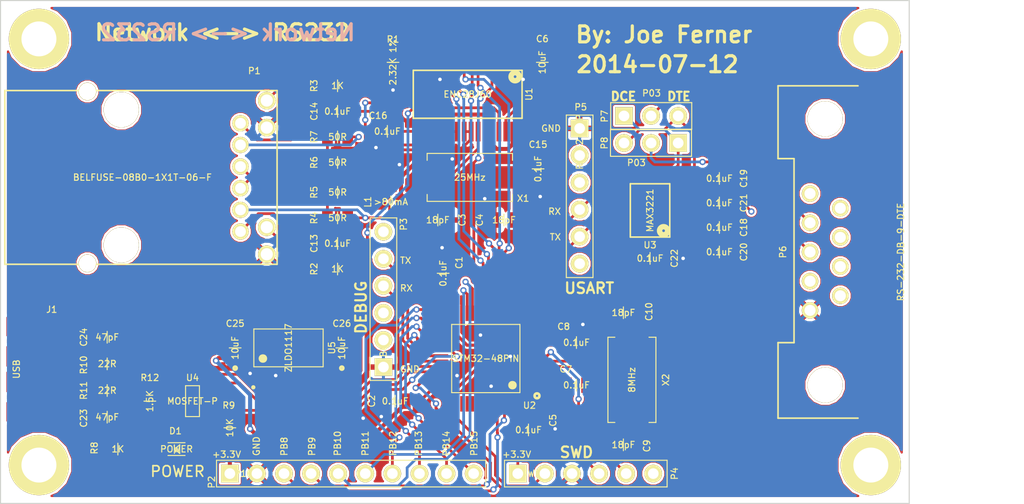
<source format=kicad_pcb>
(kicad_pcb (version 4) (host pcbnew "(2014-07-07 BZR 4986)-product")
  (layers (0 F.Cu signal) (31 B.Cu signal) (34 B.Paste user) (35 F.Paste user) (36 B.SilkS user) (37 F.SilkS user) (38 B.Mask user) (39 F.Mask user) (44 Edge.Cuts user))
  (net 0 "")
  (net 1 GNDPWR)
  (net 2 +3.3V)
  (net 3 "Net-(C3-Pad1)")
  (net 4 "Net-(C4-Pad1)")
  (net 5 "Net-(C6-Pad1)")
  (net 6 "Net-(C9-Pad1)")
  (net 7 "Net-(C10-Pad1)")
  (net 8 "Net-(C13-Pad2)")
  (net 9 "Net-(C14-Pad2)")
  (net 10 "Net-(C18-Pad1)")
  (net 11 "Net-(C19-Pad1)")
  (net 12 "Net-(C20-Pad1)")
  (net 13 "Net-(C20-Pad2)")
  (net 14 "Net-(C21-Pad1)")
  (net 15 "Net-(C21-Pad2)")
  (net 16 /USBDP)
  (net 17 /USBDM)
  (net 18 "Net-(D1-Pad2)")
  (net 19 "Net-(J1-Pad2)")
  (net 20 "Net-(J1-Pad3)")
  (net 21 "Net-(P2-Pad3)")
  (net 22 "Net-(P2-Pad4)")
  (net 23 "Net-(P2-Pad5)")
  (net 24 "Net-(P2-Pad6)")
  (net 25 "Net-(P2-Pad7)")
  (net 26 "Net-(P2-Pad8)")
  (net 27 "Net-(P2-Pad9)")
  (net 28 "Net-(P2-Pad10)")
  (net 29 "Net-(P3-Pad2)")
  (net 30 "Net-(P3-Pad3)")
  (net 31 /USART1RX)
  (net 32 /USART1TX)
  (net 33 "Net-(P3-Pad6)")
  (net 34 /SWCLK)
  (net 35 /SWDIO)
  (net 36 /nRST)
  (net 37 "Net-(P4-Pad6)")
  (net 38 "Net-(P5-Pad2)")
  (net 39 "Net-(P5-Pad3)")
  (net 40 /USART2RX)
  (net 41 /USART2TX)
  (net 42 "Net-(P5-Pad6)")
  (net 43 "Net-(R1-Pad2)")
  (net 44 "Net-(R2-Pad1)")
  (net 45 "Net-(P1-Pad8)")
  (net 46 "Net-(R3-Pad1)")
  (net 47 "Net-(P1-Pad10)")
  (net 48 "Net-(P1-Pad2)")
  (net 49 "Net-(P1-Pad3)")
  (net 50 "Net-(P1-Pad4)")
  (net 51 "Net-(P1-Pad5)")
  (net 52 /USBDIS)
  (net 53 "Net-(R12-Pad2)")
  (net 54 "Net-(U1-Pad3)")
  (net 55 /ENC28J60INT)
  (net 56 "Net-(U1-Pad5)")
  (net 57 /SPIMISO)
  (net 58 /SPIMOSI)
  (net 59 /SPISCK)
  (net 60 /ENC28J60CS)
  (net 61 /ENC28J60RESET)
  (net 62 "Net-(U2-Pad2)")
  (net 63 "Net-(U2-Pad3)")
  (net 64 "Net-(U2-Pad4)")
  (net 65 "Net-(U2-Pad10)")
  (net 66 "Net-(U2-Pad11)")
  (net 67 "Net-(U2-Pad14)")
  (net 68 "Net-(U2-Pad38)")
  (net 69 "Net-(U2-Pad39)")
  (net 70 "Net-(U2-Pad40)")
  (net 71 "Net-(U2-Pad41)")
  (net 72 "Net-(U2-Pad42)")
  (net 73 "Net-(U2-Pad43)")
  (net 74 +5V)
  (net 75 "Net-(U5-Pad4)")
  (net 76 /RS232TX)
  (net 77 /DB9RX)
  (net 78 /RS232RX)
  (net 79 /DB9TX)
  (net 80 "Net-(U3-Pad10)")
  (net 81 "Net-(P6-Pad1)")
  (net 82 "Net-(P6-Pad4)")
  (net 83 "Net-(P6-Pad6)")
  (net 84 "Net-(P6-Pad7)")
  (net 85 "Net-(P6-Pad8)")
  (net 86 "Net-(P6-Pad9)")
  (module kicad-new-lib:CAPC2012X100N (layer F.Cu) (at 91.5 77 270)
    (fp_text reference C1 (at -1 -1.5 450) (layer F.SilkS) (effects (font (size 0.6 0.6) (thickness 0.1))))
    (fp_text value 0.1uF (at 0 0 270) (layer F.SilkS) (effects (font (size 0.6 0.6) (thickness 0.1))))
    (pad 1 smd rect (at -0.95 0 270) (size 1 1.45) (layers F.Cu F.Paste F.Mask) (net 1 GNDPWR))
    (pad 2 smd rect (at 0.95 0 270) (size 1 1.45) (layers F.Cu F.Paste F.Mask) (net 2 +3.3V))
  )
  (module kicad-new-lib:CAPC2012X100N (layer F.Cu) (at 87 89)
    (fp_text reference C2 (at -2.2 0 90) (layer F.SilkS) (effects (font (size 0.6 0.6) (thickness 0.1))))
    (fp_text value 0.1uF (at 0 0) (layer F.SilkS) (effects (font (size 0.6 0.6) (thickness 0.1))))
    (pad 1 smd rect (at -0.95 0) (size 1 1.45) (layers F.Cu F.Paste F.Mask) (net 1 GNDPWR))
    (pad 2 smd rect (at 0.95 0) (size 1 1.45) (layers F.Cu F.Paste F.Mask) (net 2 +3.3V))
  )
  (module kicad-new-lib:CAPC2012X100N (layer F.Cu) (at 91 72)
    (fp_text reference C3 (at 2.286 0 90) (layer F.SilkS) (effects (font (size 0.6 0.6) (thickness 0.1))))
    (fp_text value 18pF (at 0 0) (layer F.SilkS) (effects (font (size 0.6 0.6) (thickness 0.1))))
    (pad 1 smd rect (at -0.95 0) (size 1 1.45) (layers F.Cu F.Paste F.Mask) (net 3 "Net-(C3-Pad1)"))
    (pad 2 smd rect (at 0.95 0) (size 1 1.45) (layers F.Cu F.Paste F.Mask) (net 1 GNDPWR))
  )
  (module kicad-new-lib:CAPC2012X100N (layer F.Cu) (at 97.2 72 180)
    (fp_text reference C4 (at 2.286 0 270) (layer F.SilkS) (effects (font (size 0.6 0.6) (thickness 0.1))))
    (fp_text value 18pF (at 0 0 180) (layer F.SilkS) (effects (font (size 0.6 0.6) (thickness 0.1))))
    (pad 1 smd rect (at -0.95 0 180) (size 1 1.45) (layers F.Cu F.Paste F.Mask) (net 4 "Net-(C4-Pad1)"))
    (pad 2 smd rect (at 0.95 0 180) (size 1 1.45) (layers F.Cu F.Paste F.Mask) (net 1 GNDPWR))
  )
  (module kicad-new-lib:CAPC2012X100N (layer F.Cu) (at 99.5 91.7 180)
    (fp_text reference C5 (at -2.3 0.9 270) (layer F.SilkS) (effects (font (size 0.6 0.6) (thickness 0.1))))
    (fp_text value 0.1uF (at 0 0 180) (layer F.SilkS) (effects (font (size 0.6 0.6) (thickness 0.1))))
    (pad 1 smd rect (at -0.95 0 180) (size 1 1.45) (layers F.Cu F.Paste F.Mask) (net 1 GNDPWR))
    (pad 2 smd rect (at 0.95 0 180) (size 1 1.45) (layers F.Cu F.Paste F.Mask) (net 2 +3.3V))
  )
  (module kicad-new-lib:CAPC2012X100N (layer F.Cu) (at 100.8 57.2 270)
    (fp_text reference C6 (at -2.2 0 360) (layer F.SilkS) (effects (font (size 0.6 0.6) (thickness 0.1))))
    (fp_text value 10uF (at 0 0 270) (layer F.SilkS) (effects (font (size 0.6 0.6) (thickness 0.1))))
    (pad 1 smd rect (at -0.95 0 270) (size 1 1.45) (layers F.Cu F.Paste F.Mask) (net 5 "Net-(C6-Pad1)"))
    (pad 2 smd rect (at 0.95 0 270) (size 1 1.45) (layers F.Cu F.Paste F.Mask) (net 1 GNDPWR))
  )
  (module kicad-new-lib:CAPC2012X100N (layer F.Cu) (at 104 87.5 180)
    (fp_text reference C7 (at 1 1.5 360) (layer F.SilkS) (effects (font (size 0.6 0.6) (thickness 0.1))))
    (fp_text value 0.1uF (at 0 0 180) (layer F.SilkS) (effects (font (size 0.6 0.6) (thickness 0.1))))
    (pad 1 smd rect (at -0.95 0 180) (size 1 1.45) (layers F.Cu F.Paste F.Mask) (net 1 GNDPWR))
    (pad 2 smd rect (at 0.95 0 180) (size 1 1.45) (layers F.Cu F.Paste F.Mask) (net 2 +3.3V))
  )
  (module kicad-new-lib:CAPC2012X100N (layer F.Cu) (at 104 83.5 180)
    (fp_text reference C8 (at 1.2 1.5 360) (layer F.SilkS) (effects (font (size 0.6 0.6) (thickness 0.1))))
    (fp_text value 0.1uF (at 0 0 180) (layer F.SilkS) (effects (font (size 0.6 0.6) (thickness 0.1))))
    (pad 1 smd rect (at -0.95 0 180) (size 1 1.45) (layers F.Cu F.Paste F.Mask) (net 1 GNDPWR))
    (pad 2 smd rect (at 0.95 0 180) (size 1 1.45) (layers F.Cu F.Paste F.Mask) (net 2 +3.3V))
  )
  (module kicad-new-lib:CAPC2012X100N (layer F.Cu) (at 108.4 93.1 180)
    (fp_text reference C9 (at -2.2 -0.1 270) (layer F.SilkS) (effects (font (size 0.6 0.6) (thickness 0.1))))
    (fp_text value 18pF (at 0 0 180) (layer F.SilkS) (effects (font (size 0.6 0.6) (thickness 0.1))))
    (pad 1 smd rect (at -0.95 0 180) (size 1 1.45) (layers F.Cu F.Paste F.Mask) (net 6 "Net-(C9-Pad1)"))
    (pad 2 smd rect (at 0.95 0 180) (size 1 1.45) (layers F.Cu F.Paste F.Mask) (net 1 GNDPWR))
  )
  (module kicad-new-lib:CAPC2012X100N (layer F.Cu) (at 108.4 80.7 180)
    (fp_text reference C10 (at -2.4 0.1 270) (layer F.SilkS) (effects (font (size 0.6 0.6) (thickness 0.1))))
    (fp_text value 18pF (at 0 0 180) (layer F.SilkS) (effects (font (size 0.6 0.6) (thickness 0.1))))
    (pad 1 smd rect (at -0.95 0 180) (size 1 1.45) (layers F.Cu F.Paste F.Mask) (net 7 "Net-(C10-Pad1)"))
    (pad 2 smd rect (at 0.95 0 180) (size 1 1.45) (layers F.Cu F.Paste F.Mask) (net 1 GNDPWR))
  )
  (module kicad-new-lib:CAPC2012X100N (layer F.Cu) (at 81.6 74.2 180)
    (fp_text reference C13 (at 2.2 0 270) (layer F.SilkS) (effects (font (size 0.6 0.6) (thickness 0.1))))
    (fp_text value 0.1uF (at 0 0 180) (layer F.SilkS) (effects (font (size 0.6 0.6) (thickness 0.1))))
    (pad 1 smd rect (at -0.95 0 180) (size 1 1.45) (layers F.Cu F.Paste F.Mask) (net 1 GNDPWR))
    (pad 2 smd rect (at 0.95 0 180) (size 1 1.45) (layers F.Cu F.Paste F.Mask) (net 8 "Net-(C13-Pad2)"))
  )
  (module kicad-new-lib:CAPC2012X100N (layer F.Cu) (at 81.6 61.8 180)
    (fp_text reference C14 (at 2.2 0 270) (layer F.SilkS) (effects (font (size 0.6 0.6) (thickness 0.1))))
    (fp_text value 0.1uF (at 0 0 180) (layer F.SilkS) (effects (font (size 0.6 0.6) (thickness 0.1))))
    (pad 1 smd rect (at -0.95 0 180) (size 1 1.45) (layers F.Cu F.Paste F.Mask) (net 1 GNDPWR))
    (pad 2 smd rect (at 0.95 0 180) (size 1 1.45) (layers F.Cu F.Paste F.Mask) (net 9 "Net-(C14-Pad2)"))
  )
  (module kicad-new-lib:CAPC2012X100N (layer F.Cu) (at 100.4 67.2 90)
    (fp_text reference C15 (at 2.286 0 180) (layer F.SilkS) (effects (font (size 0.6 0.6) (thickness 0.1))))
    (fp_text value 0.1uF (at 0 0 90) (layer F.SilkS) (effects (font (size 0.6 0.6) (thickness 0.1))))
    (pad 1 smd rect (at -0.95 0 90) (size 1 1.45) (layers F.Cu F.Paste F.Mask) (net 1 GNDPWR))
    (pad 2 smd rect (at 0.95 0 90) (size 1 1.45) (layers F.Cu F.Paste F.Mask) (net 2 +3.3V))
  )
  (module kicad-new-lib:CAPC2012X100N (layer F.Cu) (at 86.26824 63.679)
    (fp_text reference C16 (at -0.86824 -1.479 180) (layer F.SilkS) (effects (font (size 0.6 0.6) (thickness 0.1))))
    (fp_text value 0.1uF (at 0 0) (layer F.SilkS) (effects (font (size 0.6 0.6) (thickness 0.1))))
    (pad 1 smd rect (at -0.95 0) (size 1 1.45) (layers F.Cu F.Paste F.Mask) (net 1 GNDPWR))
    (pad 2 smd rect (at 0.95 0) (size 1 1.45) (layers F.Cu F.Paste F.Mask) (net 2 +3.3V))
  )
  (module kicad-new-lib:CAPC2012X100N (layer F.Cu) (at 117.4 72.7)
    (fp_text reference C18 (at 2.286 0 90) (layer F.SilkS) (effects (font (size 0.6 0.6) (thickness 0.1))))
    (fp_text value 0.1uF (at 0 0) (layer F.SilkS) (effects (font (size 0.6 0.6) (thickness 0.1))))
    (pad 1 smd rect (at -0.95 0) (size 1 1.45) (layers F.Cu F.Paste F.Mask) (net 10 "Net-(C18-Pad1)"))
    (pad 2 smd rect (at 0.95 0) (size 1 1.45) (layers F.Cu F.Paste F.Mask) (net 1 GNDPWR))
  )
  (module kicad-new-lib:CAPC2012X100N (layer F.Cu) (at 117.4 68.1)
    (fp_text reference C19 (at 2.286 0 90) (layer F.SilkS) (effects (font (size 0.6 0.6) (thickness 0.1))))
    (fp_text value 0.1uF (at 0 0) (layer F.SilkS) (effects (font (size 0.6 0.6) (thickness 0.1))))
    (pad 1 smd rect (at -0.95 0) (size 1 1.45) (layers F.Cu F.Paste F.Mask) (net 11 "Net-(C19-Pad1)"))
    (pad 2 smd rect (at 0.95 0) (size 1 1.45) (layers F.Cu F.Paste F.Mask) (net 1 GNDPWR))
  )
  (module kicad-new-lib:CAPC2012X100N (layer F.Cu) (at 117.4 75)
    (fp_text reference C20 (at 2.286 0 90) (layer F.SilkS) (effects (font (size 0.6 0.6) (thickness 0.1))))
    (fp_text value 0.1uF (at 0 0) (layer F.SilkS) (effects (font (size 0.6 0.6) (thickness 0.1))))
    (pad 1 smd rect (at -0.95 0) (size 1 1.45) (layers F.Cu F.Paste F.Mask) (net 12 "Net-(C20-Pad1)"))
    (pad 2 smd rect (at 0.95 0) (size 1 1.45) (layers F.Cu F.Paste F.Mask) (net 13 "Net-(C20-Pad2)"))
  )
  (module kicad-new-lib:CAPC2012X100N (layer F.Cu) (at 117.4 70.4)
    (fp_text reference C21 (at 2.286 0 90) (layer F.SilkS) (effects (font (size 0.6 0.6) (thickness 0.1))))
    (fp_text value 0.1uF (at 0 0) (layer F.SilkS) (effects (font (size 0.6 0.6) (thickness 0.1))))
    (pad 1 smd rect (at -0.95 0) (size 1 1.45) (layers F.Cu F.Paste F.Mask) (net 14 "Net-(C21-Pad1)"))
    (pad 2 smd rect (at 0.95 0) (size 1 1.45) (layers F.Cu F.Paste F.Mask) (net 15 "Net-(C21-Pad2)"))
  )
  (module kicad-new-lib:CAPC2012X100N (layer F.Cu) (at 110.9 75.6)
    (fp_text reference C22 (at 2.286 0 90) (layer F.SilkS) (effects (font (size 0.6 0.6) (thickness 0.1))))
    (fp_text value 0.1uF (at 0 0) (layer F.SilkS) (effects (font (size 0.6 0.6) (thickness 0.1))))
    (pad 1 smd rect (at -0.95 0) (size 1 1.45) (layers F.Cu F.Paste F.Mask) (net 2 +3.3V))
    (pad 2 smd rect (at 0.95 0) (size 1 1.45) (layers F.Cu F.Paste F.Mask) (net 1 GNDPWR))
  )
  (module kicad-new-lib:CAPC2012X100N (layer F.Cu) (at 60 90.5 180)
    (fp_text reference C23 (at 2.2 -0.1 270) (layer F.SilkS) (effects (font (size 0.6 0.6) (thickness 0.1))))
    (fp_text value 47pF (at 0 0 180) (layer F.SilkS) (effects (font (size 0.6 0.6) (thickness 0.1))))
    (pad 1 smd rect (at -0.95 0 180) (size 1 1.45) (layers F.Cu F.Paste F.Mask) (net 16 /USBDP))
    (pad 2 smd rect (at 0.95 0 180) (size 1 1.45) (layers F.Cu F.Paste F.Mask) (net 1 GNDPWR))
  )
  (module kicad-new-lib:CAPC2012X100N (layer F.Cu) (at 60 83 180)
    (fp_text reference C24 (at 2.2 0 270) (layer F.SilkS) (effects (font (size 0.6 0.6) (thickness 0.1))))
    (fp_text value 47pF (at 0 0 180) (layer F.SilkS) (effects (font (size 0.6 0.6) (thickness 0.1))))
    (pad 1 smd rect (at -0.95 0 180) (size 1 1.45) (layers F.Cu F.Paste F.Mask) (net 17 /USBDM))
    (pad 2 smd rect (at 0.95 0 180) (size 1 1.45) (layers F.Cu F.Paste F.Mask) (net 1 GNDPWR))
  )
  (module kicad-new-lib:CAPCP2012X100N (layer F.Cu) (at 72 84 90)
    (fp_text reference C25 (at 2.286 0 180) (layer F.SilkS) (effects (font (size 0.6 0.6) (thickness 0.1))))
    (fp_text value 10uF (at 0 0 90) (layer F.SilkS) (effects (font (size 0.6 0.6) (thickness 0.1))))
    (pad 1 smd rect (at -0.95 0 90) (size 1 1.45) (layers F.Cu F.Paste F.Mask) (net 2 +3.3V))
    (pad 2 smd rect (at 0.95 0 90) (size 1 1.45) (layers F.Cu F.Paste F.Mask) (net 1 GNDPWR))
  )
  (module kicad-new-lib:CAPCP2012X100N (layer F.Cu) (at 82 84 90)
    (fp_text reference C26 (at 2.286 0 180) (layer F.SilkS) (effects (font (size 0.6 0.6) (thickness 0.1))))
    (fp_text value 10uF (at 0 0 90) (layer F.SilkS) (effects (font (size 0.6 0.6) (thickness 0.1))))
    (pad 1 smd rect (at -0.95 0 90) (size 1 1.45) (layers F.Cu F.Paste F.Mask) (net 74 +5V))
    (pad 2 smd rect (at 0.95 0 90) (size 1 1.45) (layers F.Cu F.Paste F.Mask) (net 1 GNDPWR))
  )
  (module kicad-new-lib:LEDC3216X100N (layer F.Cu) (at 66.5 93.5 180)
    (fp_text reference D1 (at 0.1 1.7 180) (layer F.SilkS) (effects (font (size 0.6 0.6) (thickness 0.1))))
    (fp_text value POWER (at 0 0 180) (layer F.SilkS) (effects (font (size 0.6 0.6) (thickness 0.1))))
    (pad 1 smd rect (at -1.5 0 180) (size 1.05 1.75) (layers F.Cu F.Paste F.Mask) (net 2 +3.3V))
    (pad 2 smd rect (at 1.5 0 180) (size 1.05 1.75) (layers F.Cu F.Paste F.Mask) (net 18 "Net-(D1-Pad2)"))
  )
  (module kicad-new-lib:JST_UB-MC5BR3-SD204-4S-NMP (layer F.Cu) (at 51.5 86 270)
    (fp_text reference J1 (at -5.6 -3.3 360) (layer F.SilkS) (effects (font (size 0.6 0.6) (thickness 0.1))))
    (fp_text value USB (at 0 0 270) (layer F.SilkS) (effects (font (size 0.6 0.6) (thickness 0.1))))
    (pad 1 smd rect (at -1.3 -2.95 270) (size 0.4 1.9) (layers F.Cu F.Paste F.Mask) (net 74 +5V))
    (pad 2 smd rect (at -0.65 -2.95 270) (size 0.4 1.9) (layers F.Cu F.Paste F.Mask) (net 19 "Net-(J1-Pad2)"))
    (pad 3 smd rect (at 0 -2.95 270) (size 0.4 1.9) (layers F.Cu F.Paste F.Mask) (net 20 "Net-(J1-Pad3)"))
    (pad 4 smd rect (at 0.65 -2.95 270) (size 0.4 1.9) (layers F.Cu F.Paste F.Mask))
    (pad 5 smd rect (at 1.3 -2.95 270) (size 0.4 1.9) (layers F.Cu F.Paste F.Mask) (net 1 GNDPWR))
    (pad "" smd rect (at -3.2 -2.35 270) (size 1.6 1.4) (layers F.Cu F.Paste F.Mask))
    (pad "" smd rect (at 3.2 -2.35 270) (size 1.6 1.4) (layers F.Cu F.Paste F.Mask))
    (pad "" smd rect (at -4 0 270) (size 1.8 1.9) (layers F.Cu F.Paste F.Mask))
    (pad "" smd rect (at 4 0 270) (size 1.8 1.9) (layers F.Cu F.Paste F.Mask))
    (pad "" smd rect (at -1.2 0 270) (size 1.9 1.9) (layers F.Cu F.Paste F.Mask))
    (pad "" smd rect (at 1.2 0 270) (size 1.9 1.9) (layers F.Cu F.Paste F.Mask))
  )
  (module kicad-new-lib:RESC2012X100N (layer F.Cu) (at 86.6 70.3 180)
    (fp_text reference L1 (at 2.159 0 270) (layer F.SilkS) (effects (font (size 0.6 0.6) (thickness 0.1))))
    (fp_text value >80mA (at 0 0 180) (layer F.SilkS) (effects (font (size 0.6 0.6) (thickness 0.1))))
    (pad 1 smd rect (at -0.95 0 180) (size 1 1.45) (layers F.Cu F.Paste F.Mask) (net 2 +3.3V))
    (pad 2 smd rect (at 0.95 0 180) (size 1 1.45) (layers F.Cu F.Paste F.Mask) (net 8 "Net-(C13-Pad2)"))
  )
  (module kicad-new-lib:MTGNP565H328Z565P (layer F.Cu) (at 53.6 55)
    (fp_text reference M1 hide)
    (fp_text value "Mount Hole" (at 0 0) (layer F.SilkS) (effects (font (size 0.6 0.6) (thickness 0.1))))
    (pad "" thru_hole circle (at 0 0) (size 5.65 5.65) (drill 3.2766) (layers *.Cu *.Mask F.SilkS))
  )
  (module kicad-new-lib:MTGNP565H328Z565P (layer F.Cu) (at 53.6 95)
    (fp_text reference M2 hide)
    (fp_text value "Mount Hole" (at 0 0) (layer F.SilkS) (effects (font (size 0.6 0.6) (thickness 0.1))))
    (pad "" thru_hole circle (at 0 0) (size 5.65 5.65) (drill 3.2766) (layers *.Cu *.Mask F.SilkS))
  )
  (module kicad-new-lib:MTGNP565H328Z565P (layer F.Cu) (at 131.6 95 90)
    (fp_text reference M3 hide)
    (fp_text value "Mount Hole" (at 0 0 90) (layer F.SilkS) (effects (font (size 0.6 0.6) (thickness 0.1))))
    (pad "" thru_hole circle (at 0 0 90) (size 5.65 5.65) (drill 3.2766) (layers *.Cu *.Mask F.SilkS))
  )
  (module kicad-new-lib:MTGNP565H328Z565P (layer F.Cu) (at 131.6 55)
    (fp_text reference M4 hide)
    (fp_text value "Mount Hole" (at 0 0) (layer F.SilkS) (effects (font (size 0.6 0.6) (thickness 0.1))))
    (pad "" thru_hole circle (at 0 0) (size 5.65 5.65) (drill 3.2766) (layers *.Cu *.Mask F.SilkS))
  )
  (module kicad-new-lib:BEL-FUSE-08B0-1X1T-06-F (layer F.Cu) (at 72.5 68 90)
    (fp_text reference P1 (at 10 1.3 180) (layer F.SilkS) (effects (font (size 0.6 0.6) (thickness 0.1))))
    (fp_text value BELFUSE-08B0-1X1T-06-F (at 0 -9.2 180) (layer F.SilkS) (effects (font (size 0.6 0.6) (thickness 0.1))))
    (pad 1 thru_hole circle (at -5.08 0 90) (size 1.524 1.524) (drill 1.016) (layers *.Cu *.Mask F.SilkS) (net 8 "Net-(C13-Pad2)"))
    (pad 2 thru_hole circle (at -3.048 0 90) (size 1.524 1.524) (drill 1.016) (layers *.Cu *.Mask F.SilkS) (net 48 "Net-(P1-Pad2)"))
    (pad 3 thru_hole circle (at -1.016 0 90) (size 1.524 1.524) (drill 1.016) (layers *.Cu *.Mask F.SilkS) (net 49 "Net-(P1-Pad3)"))
    (pad 4 thru_hole circle (at 1.016 0 90) (size 1.524 1.524) (drill 1.016) (layers *.Cu *.Mask F.SilkS) (net 50 "Net-(P1-Pad4)"))
    (pad 5 thru_hole circle (at 3.048 0 90) (size 1.524 1.524) (drill 1.016) (layers *.Cu *.Mask F.SilkS) (net 51 "Net-(P1-Pad5)"))
    (pad 6 thru_hole circle (at 5.08 0 90) (size 1.524 1.524) (drill 1.016) (layers *.Cu *.Mask F.SilkS) (net 9 "Net-(C14-Pad2)"))
    (pad 7 thru_hole circle (at -7.2136 2.4638 90) (size 1.651 1.651) (drill 1.143) (layers *.Cu *.Mask F.SilkS) (net 1 GNDPWR))
    (pad 8 thru_hole circle (at -4.6736 2.4638 90) (size 1.651 1.651) (drill 1.143) (layers *.Cu *.Mask F.SilkS) (net 45 "Net-(P1-Pad8)"))
    (pad 9 thru_hole circle (at 4.6736 2.4638 90) (size 1.651 1.651) (drill 1.143) (layers *.Cu *.Mask F.SilkS) (net 1 GNDPWR))
    (pad 10 thru_hole circle (at 7.2136 2.4638 90) (size 1.651 1.651) (drill 1.143) (layers *.Cu *.Mask F.SilkS) (net 47 "Net-(P1-Pad10)"))
    (pad "" thru_hole circle (at 6.35 -11.176 90) (size 3.302 3.302) (drill 3.2512) (layers *.Cu *.Mask F.SilkS))
    (pad "" thru_hole circle (at -6.35 -11.176 90) (size 3.302 3.302) (drill 3.2512) (layers *.Cu *.Mask F.SilkS))
    (pad "" thru_hole circle (at -8.0645 -14.351 90) (size 1.651 1.651) (drill 1.5748) (layers *.Cu *.Mask F.SilkS))
    (pad "" thru_hole circle (at 8.0645 -14.351 90) (size 1.651 1.651) (drill 1.5748) (layers *.Cu *.Mask F.SilkS))
  )
  (module kicad-new-lib:HDRV10W66P254_1X10_1006X249X838P (layer F.Cu) (at 71.5 95.8)
    (fp_text reference P2 (at -1.7 0.8 90) (layer F.SilkS) (effects (font (size 0.6 0.6) (thickness 0.1))))
    (fp_text value P10 (at 1.27 0) (layer F.SilkS) (effects (font (size 0.6 0.6) (thickness 0.1))))
    (pad 1 thru_hole rect (at 0 0) (size 1.65 1.65) (drill 1) (layers *.Cu *.Mask F.SilkS) (net 2 +3.3V))
    (pad 2 thru_hole circle (at 2.54 0) (size 1.65 1.65) (drill 1) (layers *.Cu *.Mask F.SilkS) (net 1 GNDPWR))
    (pad 3 thru_hole circle (at 5.08 0) (size 1.65 1.65) (drill 1) (layers *.Cu *.Mask F.SilkS) (net 21 "Net-(P2-Pad3)"))
    (pad 4 thru_hole circle (at 7.62 0) (size 1.65 1.65) (drill 1) (layers *.Cu *.Mask F.SilkS) (net 22 "Net-(P2-Pad4)"))
    (pad 5 thru_hole circle (at 10.16 0) (size 1.65 1.65) (drill 1) (layers *.Cu *.Mask F.SilkS) (net 23 "Net-(P2-Pad5)"))
    (pad 6 thru_hole circle (at 12.7 0) (size 1.65 1.65) (drill 1) (layers *.Cu *.Mask F.SilkS) (net 24 "Net-(P2-Pad6)"))
    (pad 7 thru_hole circle (at 15.24 0) (size 1.65 1.65) (drill 1) (layers *.Cu *.Mask F.SilkS) (net 25 "Net-(P2-Pad7)"))
    (pad 8 thru_hole circle (at 17.78 0) (size 1.65 1.65) (drill 1) (layers *.Cu *.Mask F.SilkS) (net 26 "Net-(P2-Pad8)"))
    (pad 9 thru_hole circle (at 20.32 0) (size 1.65 1.65) (drill 1) (layers *.Cu *.Mask F.SilkS) (net 27 "Net-(P2-Pad9)"))
    (pad 10 thru_hole circle (at 22.86 0) (size 1.65 1.65) (drill 1) (layers *.Cu *.Mask F.SilkS) (net 28 "Net-(P2-Pad10)"))
  )
  (module kicad-new-lib:HDRV6W66P254_1X6_1524X249X838P (layer F.Cu) (at 85.9 85.8 90)
    (fp_text reference P3 (at 13.4 1.9 90) (layer F.SilkS) (effects (font (size 0.6 0.6) (thickness 0.1))))
    (fp_text value DEBUG (at 1.27 0 90) (layer F.SilkS) (effects (font (size 0.6 0.6) (thickness 0.1))))
    (pad 1 thru_hole rect (at 0 0 90) (size 1.65 1.65) (drill 1) (layers *.Cu *.Mask F.SilkS) (net 1 GNDPWR))
    (pad 2 thru_hole circle (at 2.54 0 90) (size 1.65 1.65) (drill 1) (layers *.Cu *.Mask F.SilkS) (net 29 "Net-(P3-Pad2)"))
    (pad 3 thru_hole circle (at 5.08 0 90) (size 1.65 1.65) (drill 1) (layers *.Cu *.Mask F.SilkS) (net 30 "Net-(P3-Pad3)"))
    (pad 4 thru_hole circle (at 7.62 0 90) (size 1.65 1.65) (drill 1) (layers *.Cu *.Mask F.SilkS) (net 31 /USART1RX))
    (pad 5 thru_hole circle (at 10.16 0 90) (size 1.65 1.65) (drill 1) (layers *.Cu *.Mask F.SilkS) (net 32 /USART1TX))
    (pad 6 thru_hole circle (at 12.7 0 90) (size 1.65 1.65) (drill 1) (layers *.Cu *.Mask F.SilkS) (net 33 "Net-(P3-Pad6)"))
  )
  (module kicad-new-lib:HDRV6W66P254_1X6_1524X249X838P (layer F.Cu) (at 98.5 95.8)
    (fp_text reference P4 (at 14.7 0 90) (layer F.SilkS) (effects (font (size 0.6 0.6) (thickness 0.1))))
    (fp_text value SWD (at 1.27 0) (layer F.SilkS) (effects (font (size 0.6 0.6) (thickness 0.1))))
    (pad 1 thru_hole rect (at 0 0) (size 1.65 1.65) (drill 1) (layers *.Cu *.Mask F.SilkS) (net 2 +3.3V))
    (pad 2 thru_hole circle (at 2.54 0) (size 1.65 1.65) (drill 1) (layers *.Cu *.Mask F.SilkS) (net 34 /SWCLK))
    (pad 3 thru_hole circle (at 5.08 0) (size 1.65 1.65) (drill 1) (layers *.Cu *.Mask F.SilkS) (net 1 GNDPWR))
    (pad 4 thru_hole circle (at 7.62 0) (size 1.65 1.65) (drill 1) (layers *.Cu *.Mask F.SilkS) (net 35 /SWDIO))
    (pad 5 thru_hole circle (at 10.16 0) (size 1.65 1.65) (drill 1) (layers *.Cu *.Mask F.SilkS) (net 36 /nRST))
    (pad 6 thru_hole circle (at 12.7 0) (size 1.65 1.65) (drill 1) (layers *.Cu *.Mask F.SilkS) (net 37 "Net-(P4-Pad6)"))
  )
  (module kicad-new-lib:HDRV6W66P254_1X6_1524X249X838P (layer F.Cu) (at 104.3 63.4 270)
    (fp_text reference P5 (at -2 -0.1 360) (layer F.SilkS) (effects (font (size 0.6 0.6) (thickness 0.1))))
    (fp_text value RS232-TAP (at 1.27 0 270) (layer F.SilkS) (effects (font (size 0.6 0.6) (thickness 0.1))))
    (pad 1 thru_hole rect (at 0 0 270) (size 1.65 1.65) (drill 1) (layers *.Cu *.Mask F.SilkS) (net 1 GNDPWR))
    (pad 2 thru_hole circle (at 2.54 0 270) (size 1.65 1.65) (drill 1) (layers *.Cu *.Mask F.SilkS) (net 38 "Net-(P5-Pad2)"))
    (pad 3 thru_hole circle (at 5.08 0 270) (size 1.65 1.65) (drill 1) (layers *.Cu *.Mask F.SilkS) (net 39 "Net-(P5-Pad3)"))
    (pad 4 thru_hole circle (at 7.62 0 270) (size 1.65 1.65) (drill 1) (layers *.Cu *.Mask F.SilkS) (net 40 /USART2RX))
    (pad 5 thru_hole circle (at 10.16 0 270) (size 1.65 1.65) (drill 1) (layers *.Cu *.Mask F.SilkS) (net 41 /USART2TX))
    (pad 6 thru_hole circle (at 12.7 0 270) (size 1.65 1.65) (drill 1) (layers *.Cu *.Mask F.SilkS) (net 42 "Net-(P5-Pad6)"))
  )
  (module kicad-new-lib:HDRV3W66P254_1X3_762X249X838P (layer F.Cu) (at 108.458 62.23)
    (fp_text reference P7 (at -1.82 0.026 90) (layer F.SilkS) (effects (font (size 0.6 0.6) (thickness 0.1))))
    (fp_text value P03 (at 2.5834 -2.1336) (layer F.SilkS) (effects (font (size 0.6 0.6) (thickness 0.1))))
    (pad 1 thru_hole rect (at 0 0) (size 1.65 1.65) (drill 1) (layers *.Cu *.Mask F.SilkS) (net 76 /RS232TX))
    (pad 2 thru_hole circle (at 2.54 0) (size 1.65 1.65) (drill 1) (layers *.Cu *.Mask F.SilkS) (net 77 /DB9RX))
    (pad 3 thru_hole circle (at 5.08 0) (size 1.65 1.65) (drill 1) (layers *.Cu *.Mask F.SilkS) (net 78 /RS232RX))
  )
  (module kicad-new-lib:HDRV3W66P254_1X3_762X249X838P (layer F.Cu) (at 113.538 64.77 180)
    (fp_text reference P8 (at 6.918 -0.006 270) (layer F.SilkS) (effects (font (size 0.6 0.6) (thickness 0.1))))
    (fp_text value P03 (at 3.9136 -1.8542 180) (layer F.SilkS) (effects (font (size 0.6 0.6) (thickness 0.1))))
    (pad 1 thru_hole rect (at 0 0 180) (size 1.65 1.65) (drill 1) (layers *.Cu *.Mask F.SilkS) (net 76 /RS232TX))
    (pad 2 thru_hole circle (at 2.54 0 180) (size 1.65 1.65) (drill 1) (layers *.Cu *.Mask F.SilkS) (net 79 /DB9TX))
    (pad 3 thru_hole circle (at 5.08 0 180) (size 1.65 1.65) (drill 1) (layers *.Cu *.Mask F.SilkS) (net 78 /RS232RX))
  )
  (module kicad-new-lib:RESC2012X100N (layer F.Cu) (at 86.8 57.2 90)
    (fp_text reference R1 (at 2.159 0 180) (layer F.SilkS) (effects (font (size 0.6 0.6) (thickness 0.1))))
    (fp_text value "2.32K 1%" (at 0 0 90) (layer F.SilkS) (effects (font (size 0.6 0.6) (thickness 0.1))))
    (pad 1 smd rect (at -0.95 0 90) (size 1 1.45) (layers F.Cu F.Paste F.Mask) (net 1 GNDPWR))
    (pad 2 smd rect (at 0.95 0 90) (size 1 1.45) (layers F.Cu F.Paste F.Mask) (net 43 "Net-(R1-Pad2)"))
  )
  (module kicad-new-lib:RESC2012X100N (layer F.Cu) (at 81.6 76.6 180)
    (fp_text reference R2 (at 2.2 0 270) (layer F.SilkS) (effects (font (size 0.6 0.6) (thickness 0.1))))
    (fp_text value 1K (at 0 0 180) (layer F.SilkS) (effects (font (size 0.6 0.6) (thickness 0.1))))
    (pad 1 smd rect (at -0.95 0 180) (size 1 1.45) (layers F.Cu F.Paste F.Mask) (net 44 "Net-(R2-Pad1)"))
    (pad 2 smd rect (at 0.95 0 180) (size 1 1.45) (layers F.Cu F.Paste F.Mask) (net 45 "Net-(P1-Pad8)"))
  )
  (module kicad-new-lib:RESC2012X100N (layer F.Cu) (at 81.6 59.4 180)
    (fp_text reference R3 (at 2.2 0 270) (layer F.SilkS) (effects (font (size 0.6 0.6) (thickness 0.1))))
    (fp_text value 1K (at 0 0 180) (layer F.SilkS) (effects (font (size 0.6 0.6) (thickness 0.1))))
    (pad 1 smd rect (at -0.95 0 180) (size 1 1.45) (layers F.Cu F.Paste F.Mask) (net 46 "Net-(R3-Pad1)"))
    (pad 2 smd rect (at 0.95 0 180) (size 1 1.45) (layers F.Cu F.Paste F.Mask) (net 47 "Net-(P1-Pad10)"))
  )
  (module kicad-new-lib:RESC2012X100N (layer F.Cu) (at 81.6 71.8)
    (fp_text reference R4 (at -2.2 0 90) (layer F.SilkS) (effects (font (size 0.6 0.6) (thickness 0.1))))
    (fp_text value 50R (at 0 0) (layer F.SilkS) (effects (font (size 0.6 0.6) (thickness 0.1))))
    (pad 1 smd rect (at -0.95 0) (size 1 1.45) (layers F.Cu F.Paste F.Mask) (net 8 "Net-(C13-Pad2)"))
    (pad 2 smd rect (at 0.95 0) (size 1 1.45) (layers F.Cu F.Paste F.Mask) (net 48 "Net-(P1-Pad2)"))
  )
  (module kicad-new-lib:RESC2012X100N (layer F.Cu) (at 81.6 69.4 180)
    (fp_text reference R5 (at 2.2 0 270) (layer F.SilkS) (effects (font (size 0.6 0.6) (thickness 0.1))))
    (fp_text value 50R (at 0 0 180) (layer F.SilkS) (effects (font (size 0.6 0.6) (thickness 0.1))))
    (pad 1 smd rect (at -0.95 0 180) (size 1 1.45) (layers F.Cu F.Paste F.Mask) (net 49 "Net-(P1-Pad3)"))
    (pad 2 smd rect (at 0.95 0 180) (size 1 1.45) (layers F.Cu F.Paste F.Mask) (net 8 "Net-(C13-Pad2)"))
  )
  (module kicad-new-lib:RESC2012X100N (layer F.Cu) (at 81.6 66.6)
    (fp_text reference R6 (at -2.2 0 90) (layer F.SilkS) (effects (font (size 0.6 0.6) (thickness 0.1))))
    (fp_text value 50R (at 0 0) (layer F.SilkS) (effects (font (size 0.6 0.6) (thickness 0.1))))
    (pad 1 smd rect (at -0.95 0) (size 1 1.45) (layers F.Cu F.Paste F.Mask) (net 9 "Net-(C14-Pad2)"))
    (pad 2 smd rect (at 0.95 0) (size 1 1.45) (layers F.Cu F.Paste F.Mask) (net 50 "Net-(P1-Pad4)"))
  )
  (module kicad-new-lib:RESC2012X100N (layer F.Cu) (at 81.6 64.2 180)
    (fp_text reference R7 (at 2.2 0 270) (layer F.SilkS) (effects (font (size 0.6 0.6) (thickness 0.1))))
    (fp_text value 50R (at 0 0 180) (layer F.SilkS) (effects (font (size 0.6 0.6) (thickness 0.1))))
    (pad 1 smd rect (at -0.95 0 180) (size 1 1.45) (layers F.Cu F.Paste F.Mask) (net 51 "Net-(P1-Pad5)"))
    (pad 2 smd rect (at 0.95 0 180) (size 1 1.45) (layers F.Cu F.Paste F.Mask) (net 9 "Net-(C14-Pad2)"))
  )
  (module kicad-new-lib:RESC2012X100N (layer F.Cu) (at 61 93.5)
    (fp_text reference R8 (at -2.2 -0.1 90) (layer F.SilkS) (effects (font (size 0.6 0.6) (thickness 0.1))))
    (fp_text value 1K (at 0 0) (layer F.SilkS) (effects (font (size 0.6 0.6) (thickness 0.1))))
    (pad 1 smd rect (at -0.95 0) (size 1 1.45) (layers F.Cu F.Paste F.Mask) (net 1 GNDPWR))
    (pad 2 smd rect (at 0.95 0) (size 1 1.45) (layers F.Cu F.Paste F.Mask) (net 18 "Net-(D1-Pad2)"))
  )
  (module kicad-new-lib:RESC2012X100N (layer F.Cu) (at 71.5 91.5 270)
    (fp_text reference R9 (at -2.1 0.1 360) (layer F.SilkS) (effects (font (size 0.6 0.6) (thickness 0.1))))
    (fp_text value 10K (at 0 0 270) (layer F.SilkS) (effects (font (size 0.6 0.6) (thickness 0.1))))
    (pad 1 smd rect (at -0.95 0 270) (size 1 1.45) (layers F.Cu F.Paste F.Mask) (net 52 /USBDIS))
    (pad 2 smd rect (at 0.95 0 270) (size 1 1.45) (layers F.Cu F.Paste F.Mask) (net 2 +3.3V))
  )
  (module kicad-new-lib:RESC2012X100N (layer F.Cu) (at 60 85.5 180)
    (fp_text reference R10 (at 2.2 -0.1 270) (layer F.SilkS) (effects (font (size 0.6 0.6) (thickness 0.1))))
    (fp_text value 22R (at 0 0 180) (layer F.SilkS) (effects (font (size 0.6 0.6) (thickness 0.1))))
    (pad 1 smd rect (at -0.95 0 180) (size 1 1.45) (layers F.Cu F.Paste F.Mask) (net 17 /USBDM))
    (pad 2 smd rect (at 0.95 0 180) (size 1 1.45) (layers F.Cu F.Paste F.Mask) (net 19 "Net-(J1-Pad2)"))
  )
  (module kicad-new-lib:RESC2012X100N (layer F.Cu) (at 60 88 180)
    (fp_text reference R11 (at 2.2 0 270) (layer F.SilkS) (effects (font (size 0.6 0.6) (thickness 0.1))))
    (fp_text value 22R (at 0 0 180) (layer F.SilkS) (effects (font (size 0.6 0.6) (thickness 0.1))))
    (pad 1 smd rect (at -0.95 0 180) (size 1 1.45) (layers F.Cu F.Paste F.Mask) (net 16 /USBDP))
    (pad 2 smd rect (at 0.95 0 180) (size 1 1.45) (layers F.Cu F.Paste F.Mask) (net 20 "Net-(J1-Pad3)"))
  )
  (module kicad-new-lib:RESC2012X100N (layer F.Cu) (at 64 89 270)
    (fp_text reference R12 (at -2.2 0 360) (layer F.SilkS) (effects (font (size 0.6 0.6) (thickness 0.1))))
    (fp_text value 1.5K (at 0 0 270) (layer F.SilkS) (effects (font (size 0.6 0.6) (thickness 0.1))))
    (pad 1 smd rect (at -0.95 0 270) (size 1 1.45) (layers F.Cu F.Paste F.Mask) (net 16 /USBDP))
    (pad 2 smd rect (at 0.95 0 270) (size 1 1.45) (layers F.Cu F.Paste F.Mask) (net 53 "Net-(R12-Pad2)"))
  )
  (module kicad-new-lib:QFP50P900X900X160-48N (layer F.Cu) (at 95.5 85 180)
    (fp_text reference U2 (at -4.1 -4.4 180) (layer F.SilkS) (effects (font (size 0.6 0.6) (thickness 0.1))))
    (fp_text value STM32-48PIN (at 0 0 180) (layer F.SilkS) (effects (font (size 0.6 0.6) (thickness 0.1))))
    (pad 1 smd rect (at -4.25 -2.75 180) (size 1.45 0.3) (layers F.Cu F.Paste F.Mask) (net 2 +3.3V))
    (pad 2 smd rect (at -4.25 -2.25 180) (size 1.45 0.3) (layers F.Cu F.Paste F.Mask) (net 62 "Net-(U2-Pad2)"))
    (pad 3 smd rect (at -4.25 -1.75 180) (size 1.45 0.3) (layers F.Cu F.Paste F.Mask) (net 63 "Net-(U2-Pad3)"))
    (pad 4 smd rect (at -4.25 -1.25 180) (size 1.45 0.3) (layers F.Cu F.Paste F.Mask) (net 64 "Net-(U2-Pad4)"))
    (pad 5 smd rect (at -4.25 -0.75 180) (size 1.45 0.3) (layers F.Cu F.Paste F.Mask) (net 6 "Net-(C9-Pad1)"))
    (pad 6 smd rect (at -4.25 -0.25 180) (size 1.45 0.3) (layers F.Cu F.Paste F.Mask) (net 7 "Net-(C10-Pad1)"))
    (pad 7 smd rect (at -4.25 0.25 180) (size 1.45 0.3) (layers F.Cu F.Paste F.Mask) (net 36 /nRST))
    (pad 8 smd rect (at -4.25 0.75 180) (size 1.45 0.3) (layers F.Cu F.Paste F.Mask) (net 1 GNDPWR))
    (pad 9 smd rect (at -4.25 1.25 180) (size 1.45 0.3) (layers F.Cu F.Paste F.Mask) (net 2 +3.3V))
    (pad 10 smd rect (at -4.25 1.75 180) (size 1.45 0.3) (layers F.Cu F.Paste F.Mask) (net 65 "Net-(U2-Pad10)"))
    (pad 11 smd rect (at -4.25 2.25 180) (size 1.45 0.3) (layers F.Cu F.Paste F.Mask) (net 66 "Net-(U2-Pad11)"))
    (pad 12 smd rect (at -4.25 2.75 180) (size 1.45 0.3) (layers F.Cu F.Paste F.Mask) (net 41 /USART2TX))
    (pad 13 smd rect (at -2.75 4.25 180) (size 0.3 1.45) (layers F.Cu F.Paste F.Mask) (net 40 /USART2RX))
    (pad 14 smd rect (at -2.25 4.25 180) (size 0.3 1.45) (layers F.Cu F.Paste F.Mask) (net 67 "Net-(U2-Pad14)"))
    (pad 15 smd rect (at -1.75 4.25 180) (size 0.3 1.45) (layers F.Cu F.Paste F.Mask) (net 59 /SPISCK))
    (pad 16 smd rect (at -1.25 4.25 180) (size 0.3 1.45) (layers F.Cu F.Paste F.Mask) (net 57 /SPIMISO))
    (pad 17 smd rect (at -0.75 4.25 180) (size 0.3 1.45) (layers F.Cu F.Paste F.Mask) (net 58 /SPIMOSI))
    (pad 18 smd rect (at -0.25 4.25 180) (size 0.3 1.45) (layers F.Cu F.Paste F.Mask) (net 60 /ENC28J60CS))
    (pad 19 smd rect (at 0.25 4.25 180) (size 0.3 1.45) (layers F.Cu F.Paste F.Mask) (net 61 /ENC28J60RESET))
    (pad 20 smd rect (at 0.75 4.25 180) (size 0.3 1.45) (layers F.Cu F.Paste F.Mask) (net 55 /ENC28J60INT))
    (pad 21 smd rect (at 1.25 4.25 180) (size 0.3 1.45) (layers F.Cu F.Paste F.Mask) (net 23 "Net-(P2-Pad5)"))
    (pad 22 smd rect (at 1.75 4.25 180) (size 0.3 1.45) (layers F.Cu F.Paste F.Mask) (net 24 "Net-(P2-Pad6)"))
    (pad 23 smd rect (at 2.25 4.25 180) (size 0.3 1.45) (layers F.Cu F.Paste F.Mask) (net 1 GNDPWR))
    (pad 24 smd rect (at 2.75 4.25 180) (size 0.3 1.45) (layers F.Cu F.Paste F.Mask) (net 2 +3.3V))
    (pad 25 smd rect (at 4.25 2.75 180) (size 1.45 0.3) (layers F.Cu F.Paste F.Mask) (net 25 "Net-(P2-Pad7)"))
    (pad 26 smd rect (at 4.25 2.25 180) (size 1.45 0.3) (layers F.Cu F.Paste F.Mask) (net 26 "Net-(P2-Pad8)"))
    (pad 27 smd rect (at 4.25 1.75 180) (size 1.45 0.3) (layers F.Cu F.Paste F.Mask) (net 27 "Net-(P2-Pad9)"))
    (pad 28 smd rect (at 4.25 1.25 180) (size 1.45 0.3) (layers F.Cu F.Paste F.Mask) (net 28 "Net-(P2-Pad10)"))
    (pad 29 smd rect (at 4.25 0.75 180) (size 1.45 0.3) (layers F.Cu F.Paste F.Mask) (net 52 /USBDIS))
    (pad 30 smd rect (at 4.25 0.25 180) (size 1.45 0.3) (layers F.Cu F.Paste F.Mask) (net 32 /USART1TX))
    (pad 31 smd rect (at 4.25 -0.25 180) (size 1.45 0.3) (layers F.Cu F.Paste F.Mask) (net 31 /USART1RX))
    (pad 32 smd rect (at 4.25 -0.75 180) (size 1.45 0.3) (layers F.Cu F.Paste F.Mask) (net 17 /USBDM))
    (pad 33 smd rect (at 4.25 -1.25 180) (size 1.45 0.3) (layers F.Cu F.Paste F.Mask) (net 16 /USBDP))
    (pad 34 smd rect (at 4.25 -1.75 180) (size 1.45 0.3) (layers F.Cu F.Paste F.Mask) (net 35 /SWDIO))
    (pad 35 smd rect (at 4.25 -2.25 180) (size 1.45 0.3) (layers F.Cu F.Paste F.Mask) (net 1 GNDPWR))
    (pad 36 smd rect (at 4.25 -2.75 180) (size 1.45 0.3) (layers F.Cu F.Paste F.Mask) (net 2 +3.3V))
    (pad 37 smd rect (at 2.75 -4.25 180) (size 0.3 1.45) (layers F.Cu F.Paste F.Mask) (net 34 /SWCLK))
    (pad 38 smd rect (at 2.25 -4.25 180) (size 0.3 1.45) (layers F.Cu F.Paste F.Mask) (net 68 "Net-(U2-Pad38)"))
    (pad 39 smd rect (at 1.75 -4.25 180) (size 0.3 1.45) (layers F.Cu F.Paste F.Mask) (net 69 "Net-(U2-Pad39)"))
    (pad 40 smd rect (at 1.25 -4.25 180) (size 0.3 1.45) (layers F.Cu F.Paste F.Mask) (net 70 "Net-(U2-Pad40)"))
    (pad 41 smd rect (at 0.75 -4.25 180) (size 0.3 1.45) (layers F.Cu F.Paste F.Mask) (net 71 "Net-(U2-Pad41)"))
    (pad 42 smd rect (at 0.25 -4.25 180) (size 0.3 1.45) (layers F.Cu F.Paste F.Mask) (net 72 "Net-(U2-Pad42)"))
    (pad 43 smd rect (at -0.25 -4.25 180) (size 0.3 1.45) (layers F.Cu F.Paste F.Mask) (net 73 "Net-(U2-Pad43)"))
    (pad 44 smd rect (at -0.75 -4.25 180) (size 0.3 1.45) (layers F.Cu F.Paste F.Mask) (net 1 GNDPWR))
    (pad 45 smd rect (at -1.25 -4.25 180) (size 0.3 1.45) (layers F.Cu F.Paste F.Mask) (net 21 "Net-(P2-Pad3)"))
    (pad 46 smd rect (at -1.75 -4.25 180) (size 0.3 1.45) (layers F.Cu F.Paste F.Mask) (net 22 "Net-(P2-Pad4)"))
    (pad 47 smd rect (at -2.25 -4.25 180) (size 0.3 1.45) (layers F.Cu F.Paste F.Mask) (net 1 GNDPWR))
    (pad 48 smd rect (at -2.75 -4.25 180) (size 0.3 1.45) (layers F.Cu F.Paste F.Mask) (net 2 +3.3V))
  )
  (module kicad-new-lib:SOT95P237X112_123-3N (layer F.Cu) (at 68 89)
    (fp_text reference U4 (at 0 -2.2) (layer F.SilkS) (effects (font (size 0.6 0.6) (thickness 0.1))))
    (fp_text value MOSFET-P (at 0 0) (layer F.SilkS) (effects (font (size 0.6 0.6) (thickness 0.1))))
    (pad 1 smd rect (at -1.05 -0.95) (size 1.3 0.6) (layers F.Cu F.Paste F.Mask) (net 52 /USBDIS))
    (pad 2 smd rect (at -1.05 0.95) (size 1.3 0.6) (layers F.Cu F.Paste F.Mask) (net 53 "Net-(R12-Pad2)"))
    (pad 3 smd rect (at 1.05 0) (size 1.3 0.6) (layers F.Cu F.Paste F.Mask) (net 2 +3.3V))
  )
  (module kicad-new-lib:SOT230P700X180-4N (layer F.Cu) (at 77 84 90)
    (fp_text reference U5 (at 0 4.064 90) (layer F.SilkS) (effects (font (size 0.6 0.6) (thickness 0.1))))
    (fp_text value ZLDO1117 (at 0 0 90) (layer F.SilkS) (effects (font (size 0.6 0.6) (thickness 0.1))))
    (pad 1 smd rect (at -3 -2.3 90) (size 1.8 0.9) (layers F.Cu F.Paste F.Mask) (net 1 GNDPWR))
    (pad 2 smd rect (at -3 0 90) (size 1.8 0.9) (layers F.Cu F.Paste F.Mask) (net 2 +3.3V))
    (pad 3 smd rect (at -3 2.3 90) (size 1.8 0.9) (layers F.Cu F.Paste F.Mask) (net 74 +5V))
    (pad 4 smd rect (at 3 0 90) (size 1.8 3.2) (layers F.Cu F.Paste F.Mask) (net 75 "Net-(U5-Pad4)"))
  )
  (module kicad-new-lib:XTAL8045X200N (layer F.Cu) (at 94 68)
    (fp_text reference X1 (at 5 1.975) (layer F.SilkS) (effects (font (size 0.6 0.6) (thickness 0.1))))
    (fp_text value 25MHz (at 0 0) (layer F.SilkS) (effects (font (size 0.6 0.6) (thickness 0.1))))
    (pad 1 smd rect (at -3.4 0) (size 2.45 2.1) (layers F.Cu F.Paste F.Mask) (net 3 "Net-(C3-Pad1)"))
    (pad 2 smd rect (at 3.4 0) (size 2.45 2.1) (layers F.Cu F.Paste F.Mask) (net 4 "Net-(C4-Pad1)"))
  )
  (module kicad-new-lib:XTAL8045X200N (layer F.Cu) (at 109.2 87 90)
    (fp_text reference X2 (at 0 3.175 90) (layer F.SilkS) (effects (font (size 0.6 0.6) (thickness 0.1))))
    (fp_text value 8MHz (at 0 0 90) (layer F.SilkS) (effects (font (size 0.6 0.6) (thickness 0.1))))
    (pad 1 smd rect (at -3.4 0 90) (size 2.45 2.1) (layers F.Cu F.Paste F.Mask) (net 6 "Net-(C9-Pad1)"))
    (pad 2 smd rect (at 3.4 0 90) (size 2.45 2.1) (layers F.Cu F.Paste F.Mask) (net 7 "Net-(C10-Pad1)"))
  )
  (module kicad-new-lib:SOP65P640X120-16N (layer F.Cu) (at 110.9 71.1 180)
    (fp_text reference U3 (at 0 -3.25 180) (layer F.SilkS) (effects (font (size 0.6 0.6) (thickness 0.1))))
    (fp_text value MAX3221 (at 0 0 270) (layer F.SilkS) (effects (font (size 0.6 0.6) (thickness 0.1))))
    (pad 1 smd rect (at -2.9 -2.275 180) (size 1.45 0.45) (layers F.Cu F.Paste F.Mask) (net 1 GNDPWR))
    (pad 2 smd rect (at -2.9 -1.625 180) (size 1.45 0.45) (layers F.Cu F.Paste F.Mask) (net 12 "Net-(C20-Pad1)"))
    (pad 3 smd rect (at -2.9 -0.975 180) (size 1.45 0.45) (layers F.Cu F.Paste F.Mask) (net 10 "Net-(C18-Pad1)"))
    (pad 4 smd rect (at -2.9 -0.325 180) (size 1.45 0.45) (layers F.Cu F.Paste F.Mask) (net 13 "Net-(C20-Pad2)"))
    (pad 5 smd rect (at -2.9 0.325 180) (size 1.45 0.45) (layers F.Cu F.Paste F.Mask) (net 14 "Net-(C21-Pad1)"))
    (pad 6 smd rect (at -2.9 0.975 180) (size 1.45 0.45) (layers F.Cu F.Paste F.Mask) (net 15 "Net-(C21-Pad2)"))
    (pad 7 smd rect (at -2.9 1.625 180) (size 1.45 0.45) (layers F.Cu F.Paste F.Mask) (net 11 "Net-(C19-Pad1)"))
    (pad 8 smd rect (at -2.9 2.275 180) (size 1.45 0.45) (layers F.Cu F.Paste F.Mask) (net 78 /RS232RX))
    (pad 9 smd rect (at 2.9 2.275 180) (size 1.45 0.45) (layers F.Cu F.Paste F.Mask) (net 40 /USART2RX))
    (pad 10 smd rect (at 2.9 1.625 180) (size 1.45 0.45) (layers F.Cu F.Paste F.Mask) (net 80 "Net-(U3-Pad10)"))
    (pad 11 smd rect (at 2.9 0.975 180) (size 1.45 0.45) (layers F.Cu F.Paste F.Mask) (net 41 /USART2TX))
    (pad 12 smd rect (at 2.9 0.325 180) (size 1.45 0.45) (layers F.Cu F.Paste F.Mask) (net 2 +3.3V))
    (pad 13 smd rect (at 2.9 -0.325 180) (size 1.45 0.45) (layers F.Cu F.Paste F.Mask) (net 76 /RS232TX))
    (pad 14 smd rect (at 2.9 -0.975 180) (size 1.45 0.45) (layers F.Cu F.Paste F.Mask) (net 1 GNDPWR))
    (pad 15 smd rect (at 2.9 -1.625 180) (size 1.45 0.45) (layers F.Cu F.Paste F.Mask) (net 2 +3.3V))
    (pad 16 smd rect (at 2.9 -2.275 180) (size 1.45 0.45) (layers F.Cu F.Paste F.Mask) (net 2 +3.3V))
  )
  (module kicad-new-lib:SOP65P780X200-28N (layer F.Cu) (at 93.8 60.2 270)
    (fp_text reference U1 (at 0 -5.75 270) (layer F.SilkS) (effects (font (size 0.6 0.6) (thickness 0.1))))
    (fp_text value ENC28J60 (at 0 0 360) (layer F.SilkS) (effects (font (size 0.6 0.6) (thickness 0.1))))
    (pad 1 smd rect (at -3.5 -4.225 270) (size 1.85 0.45) (layers F.Cu F.Paste F.Mask) (net 5 "Net-(C6-Pad1)"))
    (pad 2 smd rect (at -3.5 -3.575 270) (size 1.85 0.45) (layers F.Cu F.Paste F.Mask) (net 1 GNDPWR))
    (pad 3 smd rect (at -3.5 -2.925 270) (size 1.85 0.45) (layers F.Cu F.Paste F.Mask) (net 54 "Net-(U1-Pad3)"))
    (pad 4 smd rect (at -3.5 -2.275 270) (size 1.85 0.45) (layers F.Cu F.Paste F.Mask) (net 55 /ENC28J60INT))
    (pad 5 smd rect (at -3.5 -1.625 270) (size 1.85 0.45) (layers F.Cu F.Paste F.Mask) (net 56 "Net-(U1-Pad5)"))
    (pad 6 smd rect (at -3.5 -0.975 270) (size 1.85 0.45) (layers F.Cu F.Paste F.Mask) (net 57 /SPIMISO))
    (pad 7 smd rect (at -3.5 -0.325 270) (size 1.85 0.45) (layers F.Cu F.Paste F.Mask) (net 58 /SPIMOSI))
    (pad 8 smd rect (at -3.5 0.325 270) (size 1.85 0.45) (layers F.Cu F.Paste F.Mask) (net 59 /SPISCK))
    (pad 9 smd rect (at -3.5 0.975 270) (size 1.85 0.45) (layers F.Cu F.Paste F.Mask) (net 60 /ENC28J60CS))
    (pad 10 smd rect (at -3.5 1.625 270) (size 1.85 0.45) (layers F.Cu F.Paste F.Mask) (net 61 /ENC28J60RESET))
    (pad 11 smd rect (at -3.5 2.275 270) (size 1.85 0.45) (layers F.Cu F.Paste F.Mask) (net 1 GNDPWR))
    (pad 12 smd rect (at -3.5 2.925 270) (size 1.85 0.45) (layers F.Cu F.Paste F.Mask) (net 51 "Net-(P1-Pad5)"))
    (pad 13 smd rect (at -3.5 3.575 270) (size 1.85 0.45) (layers F.Cu F.Paste F.Mask) (net 50 "Net-(P1-Pad4)"))
    (pad 14 smd rect (at -3.5 4.225 270) (size 1.85 0.45) (layers F.Cu F.Paste F.Mask) (net 43 "Net-(R1-Pad2)"))
    (pad 15 smd rect (at 3.5 4.225 270) (size 1.85 0.45) (layers F.Cu F.Paste F.Mask) (net 2 +3.3V))
    (pad 16 smd rect (at 3.5 3.575 270) (size 1.85 0.45) (layers F.Cu F.Paste F.Mask) (net 49 "Net-(P1-Pad3)"))
    (pad 17 smd rect (at 3.5 2.925 270) (size 1.85 0.45) (layers F.Cu F.Paste F.Mask) (net 48 "Net-(P1-Pad2)"))
    (pad 18 smd rect (at 3.5 2.275 270) (size 1.85 0.45) (layers F.Cu F.Paste F.Mask) (net 1 GNDPWR))
    (pad 19 smd rect (at 3.5 1.625 270) (size 1.85 0.45) (layers F.Cu F.Paste F.Mask) (net 2 +3.3V))
    (pad 20 smd rect (at 3.5 0.975 270) (size 1.85 0.45) (layers F.Cu F.Paste F.Mask) (net 2 +3.3V))
    (pad 21 smd rect (at 3.5 0.325 270) (size 1.85 0.45) (layers F.Cu F.Paste F.Mask) (net 1 GNDPWR))
    (pad 22 smd rect (at 3.5 -0.325 270) (size 1.85 0.45) (layers F.Cu F.Paste F.Mask) (net 1 GNDPWR))
    (pad 23 smd rect (at 3.5 -0.975 270) (size 1.85 0.45) (layers F.Cu F.Paste F.Mask) (net 3 "Net-(C3-Pad1)"))
    (pad 24 smd rect (at 3.5 -1.625 270) (size 1.85 0.45) (layers F.Cu F.Paste F.Mask) (net 4 "Net-(C4-Pad1)"))
    (pad 25 smd rect (at 3.5 -2.275 270) (size 1.85 0.45) (layers F.Cu F.Paste F.Mask) (net 2 +3.3V))
    (pad 26 smd rect (at 3.5 -2.925 270) (size 1.85 0.45) (layers F.Cu F.Paste F.Mask) (net 44 "Net-(R2-Pad1)"))
    (pad 27 smd rect (at 3.5 -3.575 270) (size 1.85 0.45) (layers F.Cu F.Paste F.Mask) (net 46 "Net-(R3-Pad1)"))
    (pad 28 smd rect (at 3.5 -4.225 270) (size 1.85 0.45) (layers F.Cu F.Paste F.Mask) (net 2 +3.3V))
  )
  (module kicad-new-lib:TECONN-5747840-2 (layer F.Cu) (at 125.9 75 270)
    (fp_text reference P6 (at 0 2.54 270) (layer F.SilkS) (effects (font (size 0.6 0.6) (thickness 0.1))))
    (fp_text value RS-232-DB-9-DTE (at 0 -8.509 270) (layer F.SilkS) (effects (font (size 0.6 0.6) (thickness 0.1))))
    (pad 1 thru_hole circle (at -5.48 0 270) (size 1.54 1.54) (drill 1.04) (layers *.Cu *.Mask F.SilkS) (net 81 "Net-(P6-Pad1)"))
    (pad 2 thru_hole circle (at -2.74 0 270) (size 1.54 1.54) (drill 1.04) (layers *.Cu *.Mask F.SilkS) (net 77 /DB9RX))
    (pad 3 thru_hole circle (at 0 0 270) (size 1.54 1.54) (drill 1.04) (layers *.Cu *.Mask F.SilkS) (net 79 /DB9TX))
    (pad 4 thru_hole circle (at 2.74 0 270) (size 1.54 1.54) (drill 1.04) (layers *.Cu *.Mask F.SilkS) (net 82 "Net-(P6-Pad4)"))
    (pad 5 thru_hole circle (at 5.48 0 270) (size 1.54 1.54) (drill 1.04) (layers *.Cu *.Mask F.SilkS) (net 1 GNDPWR))
    (pad 6 thru_hole circle (at -4.11 -2.84 270) (size 1.54 1.54) (drill 1.04) (layers *.Cu *.Mask F.SilkS) (net 83 "Net-(P6-Pad6)"))
    (pad 7 thru_hole circle (at -1.37 -2.84 270) (size 1.54 1.54) (drill 1.04) (layers *.Cu *.Mask F.SilkS) (net 84 "Net-(P6-Pad7)"))
    (pad 8 thru_hole circle (at 1.37 -2.84 270) (size 1.54 1.54) (drill 1.04) (layers *.Cu *.Mask F.SilkS) (net 85 "Net-(P6-Pad8)"))
    (pad 9 thru_hole circle (at 4.11 -2.84 270) (size 1.54 1.54) (drill 1.04) (layers *.Cu *.Mask F.SilkS) (net 86 "Net-(P6-Pad9)"))
    (pad "" thru_hole circle (at -12.495 -1.42 270) (size 3.3 3.3) (drill 3.25) (layers *.Cu *.Mask F.SilkS))
    (pad "" thru_hole circle (at 12.495 -1.42 270) (size 3.3 3.3) (drill 3.25) (layers *.Cu *.Mask F.SilkS))
  )
  (gr_text "Network <-> RS232" (at 71.2978 54.4068) (layer B.SilkS) (effects (font (size 1.5 1.5) (thickness 0.3)) (justify mirror)))
  (gr_text DCE (at 108.4 60.4) (layer F.SilkS) (effects (font (size 0.8 0.8) (thickness 0.2))))
  (gr_text DTE (at 113.6 60.4) (layer F.SilkS) (effects (font (size 0.8 0.8) (thickness 0.2))))
  (gr_text GND (at 102.6 63.4) (layer F.SilkS) (effects (font (size 0.6 0.6) (thickness 0.1)) (justify right)))
  (gr_text TX (at 102.6 73.6) (layer F.SilkS) (effects (font (size 0.6 0.6) (thickness 0.1)) (justify right)))
  (gr_text RX (at 102.6 71.2) (layer F.SilkS) (effects (font (size 0.6 0.6) (thickness 0.1)) (justify right)))
  (gr_text USART (at 105.2 78.4) (layer F.SilkS) (effects (font (size 1 1) (thickness 0.2))))
  (gr_text GND (at 87.4 86) (layer F.SilkS) (effects (font (size 0.6 0.6) (thickness 0.1)) (justify left)))
  (gr_text RX (at 87.4 78.4) (layer F.SilkS) (effects (font (size 0.6 0.6) (thickness 0.1)) (justify left)))
  (gr_text TX (at 87.4 75.8) (layer F.SilkS) (effects (font (size 0.6 0.6) (thickness 0.1)) (justify left)))
  (gr_text DEBUG (at 83.8 80.2 90) (layer F.SilkS) (effects (font (size 1 1) (thickness 0.2))))
  (gr_text +3.3V (at 98.4 94) (layer F.SilkS) (effects (font (size 0.6 0.6) (thickness 0.1))))
  (gr_text SWD (at 104 93.8) (layer F.SilkS) (effects (font (size 1 1) (thickness 0.2))))
  (gr_text GND (at 74 94.2 90) (layer F.SilkS) (effects (font (size 0.6 0.6) (thickness 0.1)) (justify left)))
  (gr_text PB15 (at 94.4 94.2 90) (layer F.SilkS) (effects (font (size 0.6 0.6) (thickness 0.1)) (justify left)))
  (gr_text PB14 (at 91.8 94.2 90) (layer F.SilkS) (effects (font (size 0.6 0.6) (thickness 0.1)) (justify left)))
  (gr_text PB13 (at 89.2 94.2 90) (layer F.SilkS) (effects (font (size 0.6 0.6) (thickness 0.1)) (justify left)))
  (gr_text PB12 (at 86.8 94.2 90) (layer F.SilkS) (effects (font (size 0.6 0.6) (thickness 0.1)) (justify left)))
  (gr_text PB11 (at 84.2 94.2 90) (layer F.SilkS) (effects (font (size 0.6 0.6) (thickness 0.1)) (justify left)))
  (gr_text PB10 (at 81.6 94.2 90) (layer F.SilkS) (effects (font (size 0.6 0.6) (thickness 0.1)) (justify left)))
  (gr_text PB9 (at 79.2 94.2 90) (layer F.SilkS) (effects (font (size 0.6 0.6) (thickness 0.1)) (justify left)))
  (gr_text PB8 (at 76.6 94.2 90) (layer F.SilkS) (effects (font (size 0.6 0.6) (thickness 0.1)) (justify left)))
  (gr_text +3.3V (at 71.2 94) (layer F.SilkS) (effects (font (size 0.6 0.6) (thickness 0.1))))
  (gr_text POWER (at 66.6 95.6) (layer F.SilkS) (effects (font (size 1 1))))
  (gr_text 2014-07-12 (at 111.6 57.4) (layer F.SilkS) (effects (font (size 1.5 1.5) (thickness 0.3))))
  (gr_text "By: Joe Ferner" (at 112.2 54.6) (layer F.SilkS) (effects (font (size 1.5 1.5) (thickness 0.3))))
  (gr_text "Network <-> RS232" (at 70.8 54.4) (layer F.SilkS) (effects (font (size 1.5 1.5) (thickness 0.3))))
  (gr_line (start 50 98.6) (end 50 51.4) (angle 90) (layer Edge.Cuts) (width 0.1))
  (gr_line (start 135.2 98.6) (end 50 98.6) (angle 90) (layer Edge.Cuts) (width 0.1))
  (gr_line (start 135.2 51.4) (end 135.2 98.6) (angle 90) (layer Edge.Cuts) (width 0.1))
  (gr_line (start 50 51.4) (end 135.2 51.4) (angle 90) (layer Edge.Cuts) (width 0.1))
  (segment (start 93.475 63.7) (end 94.125 63.7) (width 0.254) (layer F.Cu) (net 1))
  (segment (start 93.25 80.75) (end 93.25 82.05) (width 0.254) (layer F.Cu) (net 1))
  (via (at 95 82.8) (size 0.5842) (layers F.Cu B.Cu) (net 1))
  (segment (start 94 82.8) (end 95 82.8) (width 0.254) (layer F.Cu) (net 1))
  (segment (start 93.25 82.05) (end 94 82.8) (width 0.254) (layer F.Cu) (net 1))
  (segment (start 104.404999 96.624999) (end 103.58 95.8) (width 0.254) (layer F.Cu) (net 1))
  (segment (start 104.735201 96.955201) (end 104.404999 96.624999) (width 0.254) (layer F.Cu) (net 1))
  (segment (start 109.214497 96.955201) (end 104.735201 96.955201) (width 0.254) (layer F.Cu) (net 1))
  (segment (start 109.815201 96.354497) (end 109.214497 96.955201) (width 0.254) (layer F.Cu) (net 1))
  (segment (start 109.815201 95.015905) (end 109.815201 96.354497) (width 0.254) (layer F.Cu) (net 1))
  (segment (start 109.444095 94.644799) (end 109.815201 95.015905) (width 0.254) (layer F.Cu) (net 1))
  (segment (start 108.769799 94.644799) (end 109.444095 94.644799) (width 0.254) (layer F.Cu) (net 1))
  (segment (start 107.45 93.325) (end 108.769799 94.644799) (width 0.254) (layer F.Cu) (net 1))
  (segment (start 107.45 93.1) (end 107.45 93.325) (width 0.254) (layer F.Cu) (net 1))
  (via (at 96 87.6) (size 0.5842) (drill 0.3302) (layers F.Cu B.Cu) (net 1))
  (segment (start 96.25 87.85) (end 96 87.6) (width 0.254) (layer F.Cu) (net 1))
  (segment (start 96.25 89.25) (end 96.25 87.85) (width 0.254) (layer F.Cu) (net 1))
  (segment (start 101.9 91.7) (end 102 91.6) (width 0.254) (layer F.Cu) (net 1))
  (via (at 102 91.6) (size 0.5842) (layers F.Cu B.Cu) (net 1))
  (segment (start 100.45 91.7) (end 101.9 91.7) (width 0.254) (layer F.Cu) (net 1))
  (segment (start 98.35 84.25) (end 97.8 84.8) (width 0.254) (layer F.Cu) (net 1))
  (via (at 97.8 84.8) (size 0.5842) (layers F.Cu B.Cu) (net 1))
  (segment (start 99.75 84.25) (end 98.35 84.25) (width 0.254) (layer F.Cu) (net 1))
  (segment (start 104.95 82.15) (end 104.6 81.8) (width 0.254) (layer F.Cu) (net 1))
  (via (at 104.6 81.8) (size 0.5842) (layers F.Cu B.Cu) (net 1))
  (segment (start 104.95 83.5) (end 104.95 82.15) (width 0.254) (layer F.Cu) (net 1))
  (via (at 84 90.6) (size 0.5842) (layers F.Cu B.Cu) (net 1))
  (segment (start 85.6 89) (end 84 90.6) (width 0.254) (layer F.Cu) (net 1))
  (segment (start 86.05 89) (end 85.6 89) (width 0.254) (layer F.Cu) (net 1))
  (segment (start 91.5 74.7) (end 91.4 74.6) (width 0.254) (layer F.Cu) (net 1))
  (via (at 91.4 74.6) (size 0.5842) (layers F.Cu B.Cu) (net 1))
  (segment (start 91.5 76.05) (end 91.5 74.7) (width 0.254) (layer F.Cu) (net 1))
  (segment (start 96.25 70.85) (end 95.4 70) (width 0.254) (layer F.Cu) (net 1))
  (via (at 95.4 70) (size 0.5842) (layers F.Cu B.Cu) (net 1))
  (segment (start 96.25 72) (end 96.25 70.85) (width 0.254) (layer F.Cu) (net 1))
  (segment (start 100.4 69.6) (end 100.6 69.8) (width 0.254) (layer F.Cu) (net 1))
  (via (at 100.6 69.8) (size 0.5842) (layers F.Cu B.Cu) (net 1))
  (segment (start 100.4 68.15) (end 100.4 69.6) (width 0.254) (layer F.Cu) (net 1))
  (via (at 114 75.6) (size 0.5842) (layers F.Cu B.Cu) (net 1))
  (segment (start 111.85 75.6) (end 114 75.6) (width 0.254) (layer F.Cu) (net 1))
  (via (at 91.2 58.8) (size 0.5842) (drill 0.3302) (layers F.Cu B.Cu) (net 1))
  (segment (start 91.525 58.475) (end 91.2 58.8) (width 0.254) (layer F.Cu) (net 1))
  (segment (start 91.525 56.7) (end 91.525 58.475) (width 0.254) (layer F.Cu) (net 1))
  (via (at 86.8 59.8) (size 0.5842) (drill 0.3302) (layers F.Cu B.Cu) (net 1))
  (segment (start 86.8 58.15) (end 86.8 59.8) (width 0.254) (layer F.Cu) (net 1))
  (via (at 85.2 65.2) (size 0.5842) (drill 0.3302) (layers F.Cu B.Cu) (net 1))
  (segment (start 85.31824 65.08176) (end 85.2 65.2) (width 0.254) (layer F.Cu) (net 1))
  (segment (start 85.31824 63.679) (end 85.31824 65.08176) (width 0.254) (layer F.Cu) (net 1))
  (via (at 99 58.8) (size 0.5842) (drill 0.3302) (layers F.Cu B.Cu) (net 1))
  (segment (start 99.65 58.15) (end 99 58.8) (width 0.254) (layer F.Cu) (net 1))
  (segment (start 100.8 58.15) (end 99.65 58.15) (width 0.254) (layer F.Cu) (net 1))
  (segment (start 74 87) (end 73.4 86.4) (width 0.254) (layer F.Cu) (net 1))
  (via (at 73.4 86.4) (size 0.5842) (layers F.Cu B.Cu) (net 1))
  (segment (start 74.7 87) (end 74 87) (width 0.254) (layer F.Cu) (net 1))
  (segment (start 75.4 87) (end 75.8 86.6) (width 0.254) (layer F.Cu) (net 1))
  (via (at 75.8 86.6) (size 0.5842) (layers F.Cu B.Cu) (net 1))
  (segment (start 74.7 87) (end 75.4 87) (width 0.254) (layer F.Cu) (net 1))
  (via (at 92.8 86.6) (size 0.5842) (drill 0.3302) (layers F.Cu B.Cu) (net 1))
  (segment (start 92.15 87.25) (end 92.8 86.6) (width 0.254) (layer F.Cu) (net 1))
  (segment (start 91.25 87.25) (end 92.15 87.25) (width 0.254) (layer F.Cu) (net 1))
  (segment (start 88.2 66) (end 87.4 66.8) (width 0.254) (layer F.Cu) (net 1))
  (via (at 87.4 66.8) (size 0.5842) (layers F.Cu B.Cu) (net 1))
  (segment (start 91.525 63.7) (end 91.525 64.882418) (width 0.254) (layer F.Cu) (net 1))
  (segment (start 91.514766 64.882418) (end 90.527563 65.869621) (width 0.254) (layer F.Cu) (net 1))
  (segment (start 91.525 64.882418) (end 91.514766 64.882418) (width 0.254) (layer F.Cu) (net 1))
  (segment (start 88.330379 65.869621) (end 88.2 66) (width 0.254) (layer F.Cu) (net 1))
  (segment (start 90.527563 65.869621) (end 88.330379 65.869621) (width 0.254) (layer F.Cu) (net 1))
  (via (at 92.3544 66.2686) (size 0.5842) (drill 0.3302) (layers F.Cu B.Cu) (net 1))
  (segment (start 94.125 63.7) (end 94.125 64.4) (width 0.254) (layer F.Cu) (net 1))
  (segment (start 94.125 64.4) (end 92.3544 66.1706) (width 0.254) (layer F.Cu) (net 1))
  (segment (start 92.3544 66.1706) (end 92.3544 66.2686) (width 0.254) (layer F.Cu) (net 1))
  (via (at 85.6996 90.4494) (size 0.5842) (drill 0.3302) (layers F.Cu B.Cu) (net 1))
  (segment (start 86.05 90.099) (end 85.6996 90.4494) (width 0.254) (layer F.Cu) (net 1))
  (segment (start 86.05 89) (end 86.05 90.099) (width 0.254) (layer F.Cu) (net 1))
  (segment (start 91.25 87.75) (end 90.5834 87.75) (width 0.2921) (layer F.Cu) (net 2))
  (segment (start 90.5834 87.75) (end 89.3334 89) (width 0.2921) (layer F.Cu) (net 2))
  (segment (start 89.3334 89) (end 87.95 89) (width 0.2921) (layer F.Cu) (net 2))
  (segment (start 87.55 70.3) (end 87.55 73.328862) (width 0.381) (layer F.Cu) (net 2))
  (segment (start 83.7438 86.106) (end 81.505299 88.344501) (width 0.381) (layer F.Cu) (net 2))
  (segment (start 87.55 73.328862) (end 86.509361 74.369501) (width 0.381) (layer F.Cu) (net 2))
  (segment (start 86.509361 74.369501) (end 85.363736 74.369501) (width 0.381) (layer F.Cu) (net 2))
  (segment (start 81.505299 88.344501) (end 77.894501 88.344501) (width 0.381) (layer F.Cu) (net 2))
  (segment (start 77.894501 88.344501) (end 77 87.45) (width 0.381) (layer F.Cu) (net 2))
  (segment (start 85.363736 74.369501) (end 83.7438 75.989437) (width 0.381) (layer F.Cu) (net 2))
  (segment (start 83.7438 75.989437) (end 83.7438 86.106) (width 0.381) (layer F.Cu) (net 2))
  (segment (start 77 87.45) (end 77 87) (width 0.381) (layer F.Cu) (net 2))
  (segment (start 96.229 83.75) (end 93.75 83.75) (width 0.2921) (layer F.Cu) (net 2))
  (segment (start 93.75 83.75) (end 92.75 82.75) (width 0.2921) (layer F.Cu) (net 2))
  (segment (start 92.75 82.75) (end 92.75 81.729) (width 0.2921) (layer F.Cu) (net 2))
  (segment (start 92.75 81.729) (end 92.75 80.75) (width 0.2921) (layer F.Cu) (net 2))
  (segment (start 98.5 95.8) (end 98.5 91.75) (width 0.254) (layer F.Cu) (net 2))
  (segment (start 98.5 91.75) (end 98.55 91.7) (width 0.254) (layer F.Cu) (net 2))
  (segment (start 98.25 89.25) (end 98.25 91.4) (width 0.254) (layer F.Cu) (net 2))
  (segment (start 98.25 91.4) (end 98.55 91.7) (width 0.254) (layer F.Cu) (net 2))
  (segment (start 87.95 89) (end 87.95 89.225) (width 0.254) (layer F.Cu) (net 2))
  (segment (start 87.95 89.225) (end 84.725 92.45) (width 0.381) (layer F.Cu) (net 2))
  (segment (start 72.479 92.45) (end 71.5 92.45) (width 0.381) (layer F.Cu) (net 2))
  (segment (start 92.175 63.7) (end 92.175 62.471654) (width 0.381) (layer F.Cu) (net 2))
  (segment (start 92.175 62.471654) (end 92.103346 62.4) (width 0.254) (layer F.Cu) (net 2))
  (segment (start 92.75 80.75) (end 92.75 78.975) (width 0.254) (layer F.Cu) (net 2))
  (segment (start 92.75 78.975) (end 91.725 77.95) (width 0.254) (layer F.Cu) (net 2))
  (segment (start 91.725 77.95) (end 91.5 77.95) (width 0.254) (layer F.Cu) (net 2))
  (segment (start 99.75 83.75) (end 102.8 83.75) (width 0.254) (layer F.Cu) (net 2))
  (segment (start 102.8 83.75) (end 103.05 83.5) (width 0.254) (layer F.Cu) (net 2))
  (segment (start 99.75 87.75) (end 102.8 87.75) (width 0.2921) (layer F.Cu) (net 2))
  (segment (start 102.8 87.75) (end 103.05 87.5) (width 0.254) (layer F.Cu) (net 2))
  (segment (start 98.25 89.25) (end 98.25 88.675) (width 0.254) (layer F.Cu) (net 2))
  (segment (start 98.25 88.675) (end 98.771 88.154) (width 0.2921) (layer F.Cu) (net 2))
  (segment (start 98.771 88.154) (end 98.771 87.75) (width 0.2921) (layer F.Cu) (net 2))
  (segment (start 95.47243 84.50657) (end 96.229 83.75) (width 0.2921) (layer F.Cu) (net 2))
  (segment (start 99.75 87.75) (end 98.771 87.75) (width 0.2921) (layer F.Cu) (net 2))
  (segment (start 98.771 87.75) (end 95.52757 84.50657) (width 0.2921) (layer F.Cu) (net 2))
  (segment (start 95.52757 84.50657) (end 95.47243 84.50657) (width 0.254) (layer F.Cu) (net 2))
  (segment (start 96.229 83.75) (end 98.771 83.75) (width 0.2921) (layer F.Cu) (net 2))
  (segment (start 98.771 83.75) (end 99.75 83.75) (width 0.2921) (layer F.Cu) (net 2))
  (segment (start 91.25 87.75) (end 90.675 87.75) (width 0.254) (layer F.Cu) (net 2))
  (segment (start 71.5 92.45) (end 69.829 92.45) (width 0.254) (layer F.Cu) (net 2))
  (segment (start 69.829 92.45) (end 68.779 93.5) (width 0.254) (layer F.Cu) (net 2))
  (segment (start 68.779 93.5) (end 68 93.5) (width 0.254) (layer F.Cu) (net 2))
  (segment (start 77 87) (end 77 85.846) (width 0.381) (layer F.Cu) (net 2))
  (segment (start 77 85.846) (end 76.104 84.95) (width 0.381) (layer F.Cu) (net 2))
  (segment (start 76.104 84.95) (end 72.979 84.95) (width 0.381) (layer F.Cu) (net 2))
  (segment (start 72.979 84.95) (end 72 84.95) (width 0.381) (layer F.Cu) (net 2))
  (segment (start 69.05 89.554) (end 69.05 89) (width 0.254) (layer F.Cu) (net 2))
  (segment (start 69.05 93.229) (end 69.05 89.554) (width 0.254) (layer F.Cu) (net 2))
  (segment (start 68.779 93.5) (end 69.05 93.229) (width 0.254) (layer F.Cu) (net 2))
  (segment (start 87.55 70.525) (end 87.55 70.3) (width 0.254) (layer F.Cu) (net 2))
  (segment (start 91.5 77.95) (end 91.275 77.95) (width 0.254) (layer F.Cu) (net 2))
  (segment (start 92.825 63.7) (end 92.175 63.7) (width 0.254) (layer F.Cu) (net 2))
  (segment (start 89.554 63.679) (end 89.575 63.7) (width 0.254) (layer F.Cu) (net 2))
  (segment (start 87.21824 63.679) (end 89.554 63.679) (width 0.254) (layer F.Cu) (net 2))
  (segment (start 98.025 64.4) (end 98.025 63.7) (width 0.254) (layer F.Cu) (net 2))
  (segment (start 99.875 66.25) (end 98.025 64.4) (width 0.381) (layer F.Cu) (net 2))
  (segment (start 100.4 66.25) (end 99.875 66.25) (width 0.254) (layer F.Cu) (net 2))
  (segment (start 92.175 62.975) (end 92.175 63.7) (width 0.254) (layer F.Cu) (net 2))
  (segment (start 92.080201 62.880201) (end 92.175 62.975) (width 0.254) (layer F.Cu) (net 2))
  (segment (start 71.5 95.8) (end 71.5 92.45) (width 0.381) (layer F.Cu) (net 2))
  (segment (start 108 73.425) (end 108 73.375) (width 0.254) (layer F.Cu) (net 2))
  (segment (start 109.95 75.375) (end 108 73.425) (width 0.381) (layer F.Cu) (net 2))
  (segment (start 109.95 75.6) (end 109.95 75.375) (width 0.254) (layer F.Cu) (net 2))
  (segment (start 108 72.725) (end 108 73.375) (width 0.381) (layer F.Cu) (net 2))
  (via (at 70.2 85.2) (size 0.5842) (drill 0.3302) (layers F.Cu B.Cu) (net 2))
  (segment (start 70.45 84.95) (end 70.2 85.2) (width 0.381) (layer F.Cu) (net 2))
  (segment (start 72 84.95) (end 70.45 84.95) (width 0.381) (layer F.Cu) (net 2))
  (via (at 73.4 91.6) (size 0.5842) (drill 0.3302) (layers F.Cu B.Cu) (net 2))
  (segment (start 73.4 88.4) (end 73.4 91.6) (width 0.381) (layer B.Cu) (net 2))
  (segment (start 70.2 85.2) (end 73.4 88.4) (width 0.381) (layer B.Cu) (net 2))
  (segment (start 74.136271 92.336271) (end 73.4 91.6) (width 0.381) (layer F.Cu) (net 2))
  (segment (start 74.136271 92.45) (end 74.136271 92.336271) (width 0.381) (layer F.Cu) (net 2))
  (segment (start 84.725 92.45) (end 74.136271 92.45) (width 0.381) (layer F.Cu) (net 2))
  (segment (start 74.136271 92.45) (end 72.479 92.45) (width 0.381) (layer F.Cu) (net 2))
  (segment (start 95.47243 85.12757) (end 95.47243 84.50657) (width 0.2921) (layer F.Cu) (net 2))
  (segment (start 92.85 87.75) (end 95.47243 85.12757) (width 0.2921) (layer F.Cu) (net 2))
  (segment (start 91.25 87.75) (end 92.85 87.75) (width 0.2921) (layer F.Cu) (net 2))
  (segment (start 92.194501 65.021154) (end 92.194501 63.7) (width 0.381) (layer F.Cu) (net 2))
  (segment (start 90.774524 66.441131) (end 92.194501 65.021154) (width 0.381) (layer F.Cu) (net 2))
  (segment (start 89.083767 66.441131) (end 90.774524 66.441131) (width 0.381) (layer F.Cu) (net 2))
  (segment (start 87.55 67.974898) (end 89.083767 66.441131) (width 0.381) (layer F.Cu) (net 2))
  (segment (start 87.55 70.3) (end 87.55 67.974898) (width 0.381) (layer F.Cu) (net 2))
  (segment (start 92.400346 62.103) (end 92.103346 62.4) (width 0.381) (layer F.Cu) (net 2))
  (segment (start 95.657 62.103) (end 92.400346 62.103) (width 0.381) (layer F.Cu) (net 2))
  (segment (start 96.075 62.521) (end 95.657 62.103) (width 0.381) (layer F.Cu) (net 2))
  (segment (start 96.075 63.7) (end 96.075 62.521) (width 0.381) (layer F.Cu) (net 2))
  (segment (start 91.780946 62.0776) (end 92.103346 62.4) (width 0.381) (layer F.Cu) (net 2))
  (segment (start 90.0184 62.0776) (end 91.780946 62.0776) (width 0.381) (layer F.Cu) (net 2))
  (segment (start 89.575 62.521) (end 90.0184 62.0776) (width 0.381) (layer F.Cu) (net 2))
  (segment (start 89.575 63.7) (end 89.575 62.521) (width 0.381) (layer F.Cu) (net 2))
  (segment (start 96.075 64.879) (end 96.075 63.7) (width 0.381) (layer F.Cu) (net 2))
  (segment (start 96.5248 65.3288) (end 96.075 64.879) (width 0.381) (layer F.Cu) (net 2))
  (segment (start 97.5752 65.3288) (end 96.5248 65.3288) (width 0.381) (layer F.Cu) (net 2))
  (segment (start 98.025 64.879) (end 97.5752 65.3288) (width 0.381) (layer F.Cu) (net 2))
  (segment (start 98.025 63.7) (end 98.025 64.879) (width 0.381) (layer F.Cu) (net 2))
  (segment (start 108.892616 70.775) (end 109.4232 70.244416) (width 0.381) (layer F.Cu) (net 2))
  (segment (start 109.4232 70.244416) (end 109.4232 68.0212) (width 0.381) (layer F.Cu) (net 2))
  (segment (start 109.4232 68.0212) (end 108.6104 67.2084) (width 0.381) (layer F.Cu) (net 2))
  (segment (start 108.6104 67.2084) (end 107.927762 67.2084) (width 0.381) (layer F.Cu) (net 2))
  (segment (start 101.3528 66.25) (end 100.4 66.25) (width 0.381) (layer F.Cu) (net 2))
  (segment (start 102.3112 67.2084) (end 107.927762 67.2084) (width 0.381) (layer F.Cu) (net 2))
  (segment (start 101.3528 66.25) (end 102.3112 67.2084) (width 0.381) (layer F.Cu) (net 2))
  (segment (start 108 70.775) (end 108.892616 70.775) (width 0.381) (layer F.Cu) (net 2))
  (segment (start 107.107384 70.775) (end 106.553 71.329384) (width 0.381) (layer F.Cu) (net 2))
  (segment (start 106.553 71.329384) (end 106.553 72.4662) (width 0.381) (layer F.Cu) (net 2))
  (segment (start 106.553 72.4662) (end 106.8118 72.725) (width 0.381) (layer F.Cu) (net 2))
  (segment (start 106.8118 72.725) (end 108 72.725) (width 0.381) (layer F.Cu) (net 2))
  (segment (start 108 70.775) (end 107.107384 70.775) (width 0.381) (layer F.Cu) (net 2))
  (segment (start 92.079 68) (end 90.6 68) (width 0.254) (layer F.Cu) (net 3))
  (segment (start 94.775 65.304) (end 92.079 68) (width 0.254) (layer F.Cu) (net 3))
  (segment (start 94.775 63.7) (end 94.775 65.304) (width 0.254) (layer F.Cu) (net 3))
  (segment (start 90.05 68.55) (end 90.6 68) (width 0.254) (layer F.Cu) (net 3))
  (segment (start 90.05 72) (end 90.05 68.55) (width 0.254) (layer F.Cu) (net 3))
  (segment (start 97.225 68) (end 97.4 68) (width 0.254) (layer F.Cu) (net 4))
  (segment (start 95.425 66.2) (end 97.225 68) (width 0.254) (layer F.Cu) (net 4))
  (segment (start 95.425 63.7) (end 95.425 66.2) (width 0.254) (layer F.Cu) (net 4))
  (segment (start 98.15 68.75) (end 97.4 68) (width 0.254) (layer F.Cu) (net 4))
  (segment (start 98.15 72) (end 98.15 68.75) (width 0.254) (layer F.Cu) (net 4))
  (segment (start 100.35 56.7) (end 100.8 56.25) (width 0.254) (layer F.Cu) (net 5))
  (segment (start 98.025 56.7) (end 100.35 56.7) (width 0.254) (layer F.Cu) (net 5))
  (segment (start 109.2 90.4) (end 109.2 92.95) (width 0.254) (layer F.Cu) (net 6))
  (segment (start 109.2 92.95) (end 109.35 93.1) (width 0.254) (layer F.Cu) (net 6))
  (segment (start 109.2 93.35) (end 109.35 93.5) (width 0.254) (layer F.Cu) (net 6))
  (segment (start 99.75 85.75) (end 106.029 85.75) (width 0.254) (layer F.Cu) (net 6))
  (segment (start 106.029 85.75) (end 109.2 88.921) (width 0.254) (layer F.Cu) (net 6))
  (segment (start 109.2 88.921) (end 109.2 90.4) (width 0.254) (layer F.Cu) (net 6))
  (segment (start 109.2 83.6) (end 109.2 80.85) (width 0.254) (layer F.Cu) (net 7))
  (segment (start 109.2 80.85) (end 109.35 80.7) (width 0.254) (layer F.Cu) (net 7))
  (segment (start 99.75 85.25) (end 107.725 85.25) (width 0.254) (layer F.Cu) (net 7))
  (segment (start 107.725 85.25) (end 109.2 83.775) (width 0.254) (layer F.Cu) (net 7))
  (segment (start 109.2 83.775) (end 109.2 83.6) (width 0.254) (layer F.Cu) (net 7))
  (segment (start 80.65 74.2) (end 80.65 71.8) (width 0.254) (layer F.Cu) (net 8))
  (segment (start 80.65 71.8) (end 80.65 69.4) (width 0.254) (layer F.Cu) (net 8))
  (segment (start 80.65 74.2) (end 78.4 74.2) (width 0.254) (layer F.Cu) (net 8))
  (segment (start 74.18 71.4) (end 72.5 73.08) (width 0.254) (layer F.Cu) (net 8))
  (segment (start 75.6 71.4) (end 74.18 71.4) (width 0.254) (layer F.Cu) (net 8))
  (segment (start 78.4 74.2) (end 75.6 71.4) (width 0.254) (layer F.Cu) (net 8))
  (segment (start 80.65 69.625) (end 80.65 69.4) (width 0.254) (layer F.Cu) (net 8))
  (segment (start 81.480201 70.455201) (end 80.65 69.625) (width 0.254) (layer F.Cu) (net 8))
  (segment (start 84.740799 70.455201) (end 81.480201 70.455201) (width 0.254) (layer F.Cu) (net 8))
  (segment (start 84.896 70.3) (end 84.740799 70.455201) (width 0.254) (layer F.Cu) (net 8))
  (segment (start 85.65 70.3) (end 84.896 70.3) (width 0.254) (layer F.Cu) (net 8))
  (segment (start 73.261999 63.681999) (end 72.5 62.92) (width 0.254) (layer F.Cu) (net 9))
  (segment (start 74.062101 64.482101) (end 73.261999 63.681999) (width 0.254) (layer F.Cu) (net 9))
  (segment (start 77.213899 64.482101) (end 74.062101 64.482101) (width 0.254) (layer F.Cu) (net 9))
  (segment (start 79.896 61.8) (end 77.213899 64.482101) (width 0.254) (layer F.Cu) (net 9))
  (segment (start 80.65 61.8) (end 79.896 61.8) (width 0.254) (layer F.Cu) (net 9))
  (segment (start 80.65 66.6) (end 80.65 64.2) (width 0.254) (layer F.Cu) (net 9))
  (segment (start 80.65 64.2) (end 80.65 61.8) (width 0.254) (layer F.Cu) (net 9))
  (segment (start 115.825 72.075) (end 116.45 72.7) (width 0.254) (layer F.Cu) (net 10))
  (segment (start 113.8 72.075) (end 115.825 72.075) (width 0.254) (layer F.Cu) (net 10))
  (segment (start 116.154 68.1) (end 116.45 68.1) (width 0.254) (layer F.Cu) (net 11))
  (segment (start 114.779 69.475) (end 116.154 68.1) (width 0.254) (layer F.Cu) (net 11))
  (segment (start 113.8 69.475) (end 114.779 69.475) (width 0.254) (layer F.Cu) (net 11))
  (segment (start 116.45 74.775) (end 116.45 75) (width 0.254) (layer F.Cu) (net 12))
  (segment (start 115.696 74.021) (end 116.45 74.775) (width 0.254) (layer F.Cu) (net 12))
  (segment (start 115.696 73.642) (end 115.696 74.021) (width 0.254) (layer F.Cu) (net 12))
  (segment (start 114.779 72.725) (end 115.696 73.642) (width 0.254) (layer F.Cu) (net 12))
  (segment (start 113.8 72.725) (end 114.779 72.725) (width 0.254) (layer F.Cu) (net 12))
  (segment (start 117.280201 71.710839) (end 117.024563 71.455201) (width 0.254) (layer F.Cu) (net 13))
  (segment (start 117.280201 73.705201) (end 117.280201 71.710839) (width 0.254) (layer F.Cu) (net 13))
  (segment (start 118.35 74.775) (end 117.280201 73.705201) (width 0.254) (layer F.Cu) (net 13))
  (segment (start 118.35 75) (end 118.35 74.775) (width 0.254) (layer F.Cu) (net 13))
  (segment (start 114.779 71.425) (end 113.8 71.425) (width 0.254) (layer F.Cu) (net 13))
  (segment (start 114.809201 71.455201) (end 114.779 71.425) (width 0.254) (layer F.Cu) (net 13))
  (segment (start 117.024563 71.455201) (end 114.809201 71.455201) (width 0.254) (layer F.Cu) (net 13))
  (segment (start 116.075 70.775) (end 116.45 70.4) (width 0.254) (layer F.Cu) (net 14))
  (segment (start 113.8 70.775) (end 116.075 70.775) (width 0.254) (layer F.Cu) (net 14))
  (segment (start 118.35 70.175) (end 118.35 70.4) (width 0.254) (layer F.Cu) (net 15))
  (segment (start 117.519799 69.344799) (end 118.35 70.175) (width 0.254) (layer F.Cu) (net 15))
  (segment (start 115.559201 69.344799) (end 117.519799 69.344799) (width 0.254) (layer F.Cu) (net 15))
  (segment (start 114.779 70.125) (end 115.559201 69.344799) (width 0.254) (layer F.Cu) (net 15))
  (segment (start 113.8 70.125) (end 114.779 70.125) (width 0.254) (layer F.Cu) (net 15))
  (segment (start 119.6 70.4) (end 120.4 71.2) (width 0.254) (layer F.Cu) (net 15))
  (via (at 120.4 71.2) (size 0.5842) (layers F.Cu B.Cu) (net 15))
  (segment (start 118.35 70.4) (end 119.6 70.4) (width 0.254) (layer F.Cu) (net 15))
  (segment (start 64 88.05) (end 64.225 88.05) (width 0.254) (layer F.Cu) (net 16))
  (segment (start 64.225 88.05) (end 64.979 87.296) (width 0.254) (layer F.Cu) (net 16))
  (segment (start 74.482266 89.37322) (end 83.22678 89.37322) (width 0.254) (layer F.Cu) (net 16))
  (segment (start 64.979 87.296) (end 72.405046 87.296) (width 0.254) (layer F.Cu) (net 16))
  (segment (start 72.405046 87.296) (end 74.482266 89.37322) (width 0.254) (layer F.Cu) (net 16))
  (segment (start 83.22678 89.37322) (end 85.163211 87.436789) (width 0.254) (layer F.Cu) (net 16))
  (segment (start 85.163211 87.436789) (end 87.163211 87.436789) (width 0.254) (layer F.Cu) (net 16))
  (segment (start 87.163211 87.436789) (end 88.35 86.25) (width 0.254) (layer F.Cu) (net 16))
  (segment (start 88.35 86.25) (end 90.271 86.25) (width 0.254) (layer F.Cu) (net 16))
  (segment (start 90.271 86.25) (end 91.25 86.25) (width 0.254) (layer F.Cu) (net 16))
  (segment (start 60.95 88) (end 60.95 90.5) (width 0.254) (layer F.Cu) (net 16))
  (segment (start 63.95 88) (end 64 88.05) (width 0.254) (layer F.Cu) (net 16))
  (segment (start 60.95 88) (end 63.95 88) (width 0.254) (layer F.Cu) (net 16))
  (segment (start 60.95 85.5) (end 61.704 85.5) (width 0.254) (layer F.Cu) (net 17))
  (segment (start 84.820421 86.979579) (end 86.964783 86.979579) (width 0.254) (layer F.Cu) (net 17))
  (segment (start 61.704 85.5) (end 62.683001 86.479001) (width 0.254) (layer F.Cu) (net 17))
  (segment (start 62.683001 86.479001) (end 72.234639 86.479001) (width 0.254) (layer F.Cu) (net 17))
  (segment (start 74.671648 88.91601) (end 82.88399 88.91601) (width 0.254) (layer F.Cu) (net 17))
  (segment (start 72.234639 86.479001) (end 74.671648 88.91601) (width 0.254) (layer F.Cu) (net 17))
  (segment (start 82.88399 88.91601) (end 84.820421 86.979579) (width 0.254) (layer F.Cu) (net 17))
  (segment (start 86.964783 86.979579) (end 88.194362 85.75) (width 0.254) (layer F.Cu) (net 17))
  (segment (start 88.194362 85.75) (end 90.271 85.75) (width 0.254) (layer F.Cu) (net 17))
  (segment (start 90.271 85.75) (end 91.25 85.75) (width 0.254) (layer F.Cu) (net 17))
  (segment (start 60.95 83) (end 60.95 85.5) (width 0.254) (layer F.Cu) (net 17))
  (segment (start 65 93.5) (end 61.95 93.5) (width 0.254) (layer F.Cu) (net 18))
  (segment (start 58.9 85.35) (end 59.05 85.5) (width 0.254) (layer F.Cu) (net 19))
  (segment (start 54.45 85.35) (end 58.9 85.35) (width 0.254) (layer F.Cu) (net 19))
  (segment (start 55.654 86) (end 56.5 86.846) (width 0.254) (layer F.Cu) (net 20))
  (segment (start 54.45 86) (end 55.654 86) (width 0.254) (layer F.Cu) (net 20))
  (segment (start 56.5 86.846) (end 56.5 87.5) (width 0.254) (layer F.Cu) (net 20))
  (segment (start 57 88) (end 59.05 88) (width 0.254) (layer F.Cu) (net 20))
  (segment (start 56.5 87.5) (end 57 88) (width 0.254) (layer F.Cu) (net 20))
  (via (at 96.217514 97.288547) (size 0.5842) (drill 0.3302) (layers F.Cu B.Cu) (net 21))
  (segment (start 96.08376 97.422301) (end 96.217514 97.288547) (width 0.254) (layer F.Cu) (net 21))
  (segment (start 78.202301 97.422301) (end 96.08376 97.422301) (width 0.254) (layer F.Cu) (net 21))
  (segment (start 76.58 95.8) (end 78.202301 97.422301) (width 0.254) (layer F.Cu) (net 21))
  (via (at 96.6 92.4) (size 0.5842) (drill 0.3302) (layers F.Cu B.Cu) (net 21))
  (segment (start 96.6 96.906061) (end 96.6 92.4) (width 0.254) (layer B.Cu) (net 21))
  (segment (start 96.217514 97.288547) (end 96.6 96.906061) (width 0.254) (layer B.Cu) (net 21))
  (segment (start 96.6 91.986909) (end 96.6 92.4) (width 0.254) (layer F.Cu) (net 21))
  (segment (start 96.577699 91.964608) (end 96.6 91.986909) (width 0.254) (layer F.Cu) (net 21))
  (segment (start 96.577699 90.501295) (end 96.577699 91.964608) (width 0.254) (layer F.Cu) (net 21))
  (segment (start 96.75 90.328994) (end 96.577699 90.501295) (width 0.254) (layer F.Cu) (net 21))
  (segment (start 96.75 89.25) (end 96.75 90.328994) (width 0.254) (layer F.Cu) (net 21))
  (via (at 95.6 96.8) (size 0.5842) (drill 0.3302) (layers F.Cu B.Cu) (net 22))
  (segment (start 95.444799 96.955201) (end 95.6 96.8) (width 0.254) (layer F.Cu) (net 22))
  (segment (start 80.275201 96.955201) (end 95.444799 96.955201) (width 0.254) (layer F.Cu) (net 22))
  (segment (start 79.12 95.8) (end 80.275201 96.955201) (width 0.254) (layer F.Cu) (net 22))
  (via (at 97.2 90.8) (size 0.5842) (drill 0.3302) (layers F.Cu B.Cu) (net 22))
  (segment (start 95.892099 92.107901) (end 97.2 90.8) (width 0.254) (layer B.Cu) (net 22))
  (segment (start 95.892099 96.507901) (end 95.892099 92.107901) (width 0.254) (layer B.Cu) (net 22))
  (segment (start 95.6 96.8) (end 95.892099 96.507901) (width 0.254) (layer B.Cu) (net 22))
  (segment (start 97.25 90.75) (end 97.25 89.25) (width 0.254) (layer F.Cu) (net 22))
  (segment (start 97.2 90.8) (end 97.25 90.75) (width 0.254) (layer F.Cu) (net 22))
  (via (at 93.6 77.8) (size 0.5842) (drill 0.3302) (layers F.Cu B.Cu) (net 23))
  (segment (start 94.022301 92.224291) (end 94.022301 78.222301) (width 0.254) (layer B.Cu) (net 23))
  (segment (start 91.789383 94.457209) (end 94.022301 92.224291) (width 0.254) (layer B.Cu) (net 23))
  (segment (start 88.913093 94.457209) (end 91.789383 94.457209) (width 0.254) (layer B.Cu) (net 23))
  (segment (start 88.124799 95.245503) (end 88.913093 94.457209) (width 0.254) (layer B.Cu) (net 23))
  (segment (start 88.124799 96.124899) (end 88.124799 95.245503) (width 0.254) (layer B.Cu) (net 23))
  (segment (start 87.294497 96.955201) (end 88.124799 96.124899) (width 0.254) (layer B.Cu) (net 23))
  (segment (start 94.022301 78.222301) (end 93.6 77.8) (width 0.254) (layer B.Cu) (net 23))
  (segment (start 82.815201 96.955201) (end 87.294497 96.955201) (width 0.254) (layer B.Cu) (net 23))
  (segment (start 81.66 95.8) (end 82.815201 96.955201) (width 0.254) (layer B.Cu) (net 23))
  (segment (start 94.25 78.45) (end 93.6 77.8) (width 0.254) (layer F.Cu) (net 23))
  (segment (start 94.25 80.75) (end 94.25 78.45) (width 0.254) (layer F.Cu) (net 23))
  (segment (start 86 94) (end 91.6 94) (width 0.254) (layer B.Cu) (net 24))
  (segment (start 84.2 95.8) (end 86 94) (width 0.254) (layer B.Cu) (net 24))
  (via (at 93.4 78.6) (size 0.5842) (drill 0.3302) (layers F.Cu B.Cu) (net 24))
  (segment (start 93.422301 78.622301) (end 93.4 78.6) (width 0.254) (layer B.Cu) (net 24))
  (segment (start 93.422301 92.177699) (end 93.422301 78.622301) (width 0.254) (layer B.Cu) (net 24))
  (segment (start 91.6 94) (end 93.422301 92.177699) (width 0.254) (layer B.Cu) (net 24))
  (segment (start 93.75 78.95) (end 93.4 78.6) (width 0.254) (layer F.Cu) (net 24))
  (segment (start 93.75 80.75) (end 93.75 78.95) (width 0.254) (layer F.Cu) (net 24))
  (via (at 87.4 92.4) (size 0.5842) (drill 0.3302) (layers F.Cu B.Cu) (net 25))
  (segment (start 86.74 93.06) (end 87.4 92.4) (width 0.254) (layer F.Cu) (net 25))
  (segment (start 86.74 95.8) (end 86.74 93.06) (width 0.254) (layer F.Cu) (net 25))
  (via (at 89 80.4) (size 0.5842) (drill 0.3302) (layers F.Cu B.Cu) (net 25))
  (segment (start 89.413091 80.4) (end 89 80.4) (width 0.254) (layer F.Cu) (net 25))
  (segment (start 89.804 80.4) (end 89.413091 80.4) (width 0.254) (layer F.Cu) (net 25))
  (segment (start 91.25 81.846) (end 89.804 80.4) (width 0.254) (layer F.Cu) (net 25))
  (segment (start 91.25 82.25) (end 91.25 81.846) (width 0.254) (layer F.Cu) (net 25))
  (segment (start 88.740317 80.4) (end 89 80.4) (width 0.254) (layer B.Cu) (net 25))
  (segment (start 87.265116 81.875201) (end 88.740317 80.4) (width 0.254) (layer B.Cu) (net 25))
  (segment (start 85.575101 81.875201) (end 87.265116 81.875201) (width 0.254) (layer B.Cu) (net 25))
  (segment (start 84.2518 83.198502) (end 85.575101 81.875201) (width 0.254) (layer B.Cu) (net 25))
  (segment (start 84.2518 89.930794) (end 84.2518 83.198502) (width 0.254) (layer B.Cu) (net 25))
  (segment (start 86.721006 92.4) (end 84.2518 89.930794) (width 0.254) (layer B.Cu) (net 25))
  (segment (start 87.4 92.4) (end 86.721006 92.4) (width 0.254) (layer B.Cu) (net 25))
  (via (at 88 91.8) (size 0.5842) (drill 0.3302) (layers F.Cu B.Cu) (net 26))
  (segment (start 89.28 93.08) (end 88 91.8) (width 0.254) (layer F.Cu) (net 26))
  (segment (start 89.28 95.8) (end 89.28 93.08) (width 0.254) (layer F.Cu) (net 26))
  (via (at 89 81.2) (size 0.5842) (drill 0.3302) (layers F.Cu B.Cu) (net 26))
  (segment (start 88 91.8) (end 87.06328 90.86328) (width 0.254) (layer B.Cu) (net 26))
  (segment (start 87.06328 90.86328) (end 87.06328 82.723629) (width 0.254) (layer B.Cu) (net 26))
  (segment (start 88.586909 81.2) (end 89 81.2) (width 0.254) (layer B.Cu) (net 26))
  (segment (start 87.06328 82.723629) (end 88.586909 81.2) (width 0.254) (layer B.Cu) (net 26))
  (segment (start 89.413091 81.2) (end 89 81.2) (width 0.254) (layer F.Cu) (net 26))
  (segment (start 90.05721 81.844119) (end 89.413091 81.2) (width 0.254) (layer F.Cu) (net 26))
  (segment (start 90.05721 82.462411) (end 90.05721 81.844119) (width 0.254) (layer F.Cu) (net 26))
  (segment (start 90.344799 82.75) (end 90.05721 82.462411) (width 0.254) (layer F.Cu) (net 26))
  (segment (start 91.25 82.75) (end 90.344799 82.75) (width 0.254) (layer F.Cu) (net 26))
  (via (at 88.6 91.2) (size 0.5842) (drill 0.3302) (layers F.Cu B.Cu) (net 27))
  (segment (start 91.82 94.42) (end 88.6 91.2) (width 0.254) (layer F.Cu) (net 27))
  (segment (start 91.82 95.8) (end 91.82 94.42) (width 0.254) (layer F.Cu) (net 27))
  (via (at 89 82) (size 0.5842) (drill 0.3302) (layers F.Cu B.Cu) (net 27))
  (segment (start 88.6 91.2) (end 87.52049 90.12049) (width 0.254) (layer B.Cu) (net 27))
  (segment (start 87.52049 83.066419) (end 88.586909 82) (width 0.254) (layer B.Cu) (net 27))
  (segment (start 88.586909 82) (end 89 82) (width 0.254) (layer B.Cu) (net 27))
  (segment (start 87.52049 90.12049) (end 87.52049 83.066419) (width 0.254) (layer B.Cu) (net 27))
  (segment (start 89.6 82.6) (end 89 82) (width 0.254) (layer F.Cu) (net 27))
  (segment (start 90.230638 83.2) (end 89.6 83.2) (width 0.254) (layer F.Cu) (net 27))
  (segment (start 90.260839 83.230201) (end 90.230638 83.2) (width 0.254) (layer F.Cu) (net 27))
  (segment (start 89.6 83.2) (end 89.6 82.6) (width 0.254) (layer F.Cu) (net 27))
  (segment (start 91.230201 83.230201) (end 90.260839 83.230201) (width 0.254) (layer F.Cu) (net 27))
  (segment (start 91.25 83.25) (end 91.230201 83.230201) (width 0.254) (layer F.Cu) (net 27))
  (via (at 89.2 90.6) (size 0.5842) (drill 0.3302) (layers F.Cu B.Cu) (net 28))
  (segment (start 89.2 90.64) (end 89.2 90.6) (width 0.254) (layer F.Cu) (net 28))
  (segment (start 94.36 95.8) (end 89.2 90.64) (width 0.254) (layer F.Cu) (net 28))
  (via (at 88.8 82.8) (size 0.5842) (drill 0.3302) (layers F.Cu B.Cu) (net 28))
  (segment (start 87.977699 89.377699) (end 87.977699 83.622301) (width 0.254) (layer B.Cu) (net 28))
  (segment (start 89.2 90.6) (end 87.977699 89.377699) (width 0.254) (layer B.Cu) (net 28))
  (segment (start 88.507901 83.092099) (end 88.8 82.8) (width 0.254) (layer B.Cu) (net 28))
  (segment (start 87.977699 83.622301) (end 88.507901 83.092099) (width 0.254) (layer B.Cu) (net 28))
  (segment (start 89.092099 83.092099) (end 88.8 82.8) (width 0.254) (layer F.Cu) (net 28))
  (segment (start 89.092099 83.338691) (end 89.092099 83.092099) (width 0.254) (layer F.Cu) (net 28))
  (segment (start 89.503408 83.75) (end 89.092099 83.338691) (width 0.254) (layer F.Cu) (net 28))
  (segment (start 91.25 83.75) (end 89.503408 83.75) (width 0.254) (layer F.Cu) (net 28))
  (segment (start 87.720489 80.000489) (end 86.724999 79.004999) (width 0.254) (layer F.Cu) (net 31))
  (segment (start 87.720489 83.288087) (end 87.720489 80.000489) (width 0.254) (layer F.Cu) (net 31))
  (segment (start 86.724999 79.004999) (end 85.9 78.18) (width 0.254) (layer F.Cu) (net 31))
  (segment (start 91.25 85.25) (end 89.682402 85.25) (width 0.254) (layer F.Cu) (net 31))
  (segment (start 89.682402 85.25) (end 87.720489 83.288087) (width 0.254) (layer F.Cu) (net 31))
  (segment (start 91.25 84.75) (end 89.828994 84.75) (width 0.254) (layer F.Cu) (net 32))
  (segment (start 88.177699 77.917699) (end 86.724999 76.464999) (width 0.254) (layer F.Cu) (net 32))
  (segment (start 86.724999 76.464999) (end 85.9 75.64) (width 0.254) (layer F.Cu) (net 32))
  (segment (start 89.828994 84.75) (end 88.177699 83.098705) (width 0.254) (layer F.Cu) (net 32))
  (segment (start 88.177699 83.098705) (end 88.177699 77.917699) (width 0.254) (layer F.Cu) (net 32))
  (segment (start 101.04 95.8) (end 99.884799 96.955201) (width 0.254) (layer F.Cu) (net 34))
  (segment (start 99.884799 96.955201) (end 97.410839 96.955201) (width 0.254) (layer F.Cu) (net 34))
  (segment (start 97.410839 96.955201) (end 96.4 95.944362) (width 0.254) (layer F.Cu) (net 34))
  (segment (start 96.4 95.944362) (end 96.4 94.2) (width 0.254) (layer F.Cu) (net 34))
  (segment (start 96.4 94.2) (end 92.75 90.55) (width 0.254) (layer F.Cu) (net 34))
  (segment (start 92.75 90.55) (end 92.75 89.25) (width 0.254) (layer F.Cu) (net 34))
  (segment (start 89.338491 87.757) (end 88.9254 87.757) (width 0.254) (layer B.Cu) (net 35))
  (segment (start 89.3572 87.757) (end 89.338491 87.757) (width 0.254) (layer B.Cu) (net 35))
  (segment (start 90.8304 89.2302) (end 89.3572 87.757) (width 0.254) (layer B.Cu) (net 35))
  (segment (start 91.25 86.75) (end 89.9324 86.75) (width 0.254) (layer F.Cu) (net 35))
  (segment (start 89.9324 86.75) (end 89.217499 87.464901) (width 0.254) (layer F.Cu) (net 35))
  (via (at 88.9254 87.757) (size 0.5842) (drill 0.3302) (layers F.Cu B.Cu) (net 35))
  (segment (start 89.217499 87.464901) (end 88.9254 87.757) (width 0.254) (layer F.Cu) (net 35))
  (segment (start 90.8304 89.668691) (end 90.8304 89.643291) (width 0.254) (layer F.Cu) (net 35))
  (segment (start 95.942791 94.781082) (end 90.8304 89.668691) (width 0.254) (layer F.Cu) (net 35))
  (segment (start 95.942791 96.133745) (end 95.942791 94.781082) (width 0.254) (layer F.Cu) (net 35))
  (segment (start 102.195201 96.354497) (end 101.137287 97.412411) (width 0.254) (layer F.Cu) (net 35))
  (segment (start 97.221456 97.41241) (end 95.942791 96.133745) (width 0.254) (layer F.Cu) (net 35))
  (segment (start 102.195201 95.245503) (end 102.195201 96.354497) (width 0.254) (layer F.Cu) (net 35))
  (segment (start 103.430087 94.010617) (end 102.195201 95.245503) (width 0.254) (layer F.Cu) (net 35))
  (segment (start 104.330617 94.010617) (end 103.430087 94.010617) (width 0.254) (layer F.Cu) (net 35))
  (segment (start 90.8304 89.643291) (end 90.8304 89.2302) (width 0.254) (layer F.Cu) (net 35))
  (segment (start 106.12 95.8) (end 104.330617 94.010617) (width 0.254) (layer F.Cu) (net 35))
  (segment (start 101.137287 97.412411) (end 97.221456 97.41241) (width 0.254) (layer F.Cu) (net 35))
  (via (at 90.8304 89.2302) (size 0.5842) (drill 0.3302) (layers F.Cu B.Cu) (net 35))
  (segment (start 108.66 95.8) (end 107.504799 94.644799) (width 0.254) (layer F.Cu) (net 36))
  (segment (start 107.504799 94.644799) (end 106.304799 94.644799) (width 0.254) (layer F.Cu) (net 36))
  (segment (start 106.304799 94.644799) (end 104.2 92.54) (width 0.254) (layer F.Cu) (net 36))
  (segment (start 104.2 92.54) (end 104.2 88.8) (width 0.254) (layer F.Cu) (net 36))
  (segment (start 101.6 84.4) (end 104.2 87) (width 0.254) (layer B.Cu) (net 36))
  (segment (start 104.2 87) (end 104.2 88.8) (width 0.254) (layer B.Cu) (net 36))
  (via (at 104.2 88.8) (size 0.5842) (drill 0.3302) (layers F.Cu B.Cu) (net 36))
  (segment (start 99.75 84.75) (end 101.25 84.75) (width 0.254) (layer F.Cu) (net 36))
  (segment (start 101.25 84.75) (end 101.6 84.4) (width 0.254) (layer F.Cu) (net 36))
  (via (at 101.6 84.4) (size 0.5842) (drill 0.3302) (layers F.Cu B.Cu) (net 36))
  (segment (start 98.25 77.07) (end 104.3 71.02) (width 0.254) (layer F.Cu) (net 40))
  (segment (start 98.25 80.75) (end 98.25 77.07) (width 0.254) (layer F.Cu) (net 40))
  (segment (start 106.495 68.825) (end 108 68.825) (width 0.254) (layer F.Cu) (net 40))
  (segment (start 104.3 71.02) (end 106.495 68.825) (width 0.254) (layer F.Cu) (net 40))
  (segment (start 99.75 78.11) (end 104.3 73.56) (width 0.254) (layer F.Cu) (net 41))
  (segment (start 99.75 82.25) (end 99.75 78.11) (width 0.254) (layer F.Cu) (net 41))
  (segment (start 107.021 70.125) (end 108 70.125) (width 0.254) (layer F.Cu) (net 41))
  (segment (start 105.124999 72.021001) (end 107.021 70.125) (width 0.254) (layer F.Cu) (net 41))
  (segment (start 105.124999 72.735001) (end 105.124999 72.021001) (width 0.254) (layer F.Cu) (net 41))
  (segment (start 104.3 73.56) (end 105.124999 72.735001) (width 0.254) (layer F.Cu) (net 41))
  (segment (start 89.125 56.25) (end 89.575 56.7) (width 0.254) (layer F.Cu) (net 43))
  (segment (start 86.8 56.25) (end 89.125 56.25) (width 0.254) (layer F.Cu) (net 43))
  (segment (start 82.55 76.775) (end 82.55 77) (width 0.254) (layer F.Cu) (net 44))
  (via (at 88.2 62) (size 0.5842) (drill 0.3302) (layers F.Cu B.Cu) (net 44))
  (via (at 84.4 73.2) (size 0.5842) (drill 0.3302) (layers F.Cu B.Cu) (net 44))
  (segment (start 84.4 72.521006) (end 84.4 73.2) (width 0.254) (layer B.Cu) (net 44))
  (segment (start 88.2 68.721006) (end 84.4 72.521006) (width 0.254) (layer B.Cu) (net 44))
  (segment (start 88.2 62) (end 88.2 68.721006) (width 0.254) (layer B.Cu) (net 44))
  (segment (start 84.4 73.613091) (end 84.4 73.2) (width 0.254) (layer F.Cu) (net 44))
  (segment (start 84.4 74.525) (end 84.4 73.613091) (width 0.254) (layer F.Cu) (net 44))
  (segment (start 82.55 76.375) (end 84.4 74.525) (width 0.254) (layer F.Cu) (net 44))
  (segment (start 82.55 76.6) (end 82.55 76.375) (width 0.254) (layer F.Cu) (net 44))
  (segment (start 96.2406 61.468) (end 88.732 61.468) (width 0.254) (layer F.Cu) (net 44))
  (segment (start 96.725 61.9524) (end 96.2406 61.468) (width 0.254) (layer F.Cu) (net 44))
  (segment (start 88.732 61.468) (end 88.2 62) (width 0.254) (layer F.Cu) (net 44))
  (segment (start 96.725 63.7) (end 96.725 61.9524) (width 0.254) (layer F.Cu) (net 44))
  (segment (start 75.0736 72.6736) (end 74.9638 72.6736) (width 0.254) (layer F.Cu) (net 45))
  (segment (start 78.8902 76.6) (end 74.9638 72.6736) (width 0.254) (layer F.Cu) (net 45))
  (segment (start 80.65 76.6) (end 78.8902 76.6) (width 0.254) (layer F.Cu) (net 45))
  (segment (start 82.55 58.421) (end 82.55 59.4) (width 0.254) (layer F.Cu) (net 46))
  (segment (start 86.171 54.8) (end 82.55 58.421) (width 0.254) (layer F.Cu) (net 46))
  (segment (start 101.169362 54.8) (end 86.171 54.8) (width 0.254) (layer F.Cu) (net 46))
  (segment (start 101.855201 55.485839) (end 101.169362 54.8) (width 0.254) (layer F.Cu) (net 46))
  (segment (start 101.855201 58.914161) (end 101.855201 55.485839) (width 0.254) (layer F.Cu) (net 46))
  (segment (start 100.915799 58.980201) (end 101.789161 58.980201) (width 0.254) (layer F.Cu) (net 46))
  (segment (start 97.375 62.521) (end 100.915799 58.980201) (width 0.254) (layer F.Cu) (net 46))
  (segment (start 101.789161 58.980201) (end 101.855201 58.914161) (width 0.254) (layer F.Cu) (net 46))
  (segment (start 97.375 63.7) (end 97.375 62.521) (width 0.254) (layer F.Cu) (net 46))
  (segment (start 76.3502 59.4) (end 74.9638 60.7864) (width 0.254) (layer F.Cu) (net 47))
  (segment (start 80.65 59.4) (end 76.3502 59.4) (width 0.254) (layer F.Cu) (net 47))
  (via (at 84.2 71.8) (size 0.5842) (drill 0.3302) (layers F.Cu B.Cu) (net 48))
  (segment (start 82.55 71.8) (end 84.2 71.8) (width 0.254) (layer F.Cu) (net 48))
  (segment (start 83.448 71.048) (end 72.5 71.048) (width 0.254) (layer B.Cu) (net 48))
  (segment (start 84.2 71.8) (end 83.448 71.048) (width 0.254) (layer B.Cu) (net 48))
  (segment (start 90.875 64.875592) (end 90.338181 65.412411) (width 0.254) (layer F.Cu) (net 48))
  (segment (start 90.875 63.7) (end 90.875 64.875592) (width 0.254) (layer F.Cu) (net 48))
  (segment (start 90.338181 65.412411) (end 86.959181 65.412411) (width 0.254) (layer F.Cu) (net 48))
  (segment (start 85.969362 71.8) (end 84.613091 71.8) (width 0.254) (layer F.Cu) (net 48))
  (segment (start 86.480201 71.289161) (end 85.969362 71.8) (width 0.254) (layer F.Cu) (net 48))
  (segment (start 84.613091 71.8) (end 84.2 71.8) (width 0.254) (layer F.Cu) (net 48))
  (segment (start 86.480201 65.891391) (end 86.480201 71.289161) (width 0.254) (layer F.Cu) (net 48))
  (segment (start 86.959181 65.412411) (end 86.480201 65.891391) (width 0.254) (layer F.Cu) (net 48))
  (segment (start 82.55 69.175) (end 81.629001 68.254001) (width 0.254) (layer F.Cu) (net 49))
  (segment (start 81.629001 68.254001) (end 73.261999 68.254001) (width 0.254) (layer F.Cu) (net 49))
  (segment (start 73.261999 68.254001) (end 72.5 69.016) (width 0.254) (layer F.Cu) (net 49))
  (segment (start 82.55 69.4) (end 82.55 69.15) (width 0.254) (layer F.Cu) (net 49))
  (segment (start 90.225 64.879) (end 90.225 63.7) (width 0.254) (layer F.Cu) (net 49))
  (segment (start 90.148799 64.955201) (end 90.225 64.879) (width 0.254) (layer F.Cu) (net 49))
  (segment (start 86.769799 64.955201) (end 90.148799 64.955201) (width 0.254) (layer F.Cu) (net 49))
  (segment (start 82.55 69.175) (end 86.769799 64.955201) (width 0.254) (layer F.Cu) (net 49))
  (segment (start 82.55 69.4) (end 82.55 69.175) (width 0.254) (layer F.Cu) (net 49))
  (segment (start 82.55 66.6) (end 82.55 66.375) (width 0.254) (layer F.Cu) (net 50))
  (via (at 84.2 61) (size 0.5842) (drill 0.3302) (layers F.Cu B.Cu) (net 50))
  (segment (start 87.104 61) (end 84.2 61) (width 0.254) (layer F.Cu) (net 50))
  (segment (start 90.225 57.879) (end 87.104 61) (width 0.254) (layer F.Cu) (net 50))
  (segment (start 90.225 56.7) (end 90.225 57.879) (width 0.254) (layer F.Cu) (net 50))
  (via (at 84.2 62.6) (size 0.5842) (drill 0.3302) (layers F.Cu B.Cu) (net 50))
  (segment (start 84.2 61) (end 84.2 62.6) (width 0.254) (layer B.Cu) (net 50))
  (segment (start 84.2 63.013091) (end 84.2 62.6) (width 0.254) (layer F.Cu) (net 50))
  (segment (start 84.2 65.704) (end 84.2 63.013091) (width 0.254) (layer F.Cu) (net 50))
  (segment (start 83.304 66.6) (end 84.2 65.704) (width 0.254) (layer F.Cu) (net 50))
  (segment (start 82.55 66.6) (end 83.304 66.6) (width 0.254) (layer F.Cu) (net 50))
  (segment (start 73.261999 67.745999) (end 72.5 66.984) (width 0.254) (layer F.Cu) (net 50))
  (segment (start 73.312791 67.796791) (end 73.261999 67.745999) (width 0.254) (layer F.Cu) (net 50))
  (segment (start 81.578209 67.796791) (end 73.312791 67.796791) (width 0.254) (layer F.Cu) (net 50))
  (segment (start 82.55 66.825) (end 81.578209 67.796791) (width 0.254) (layer F.Cu) (net 50))
  (segment (start 82.55 66.6) (end 82.55 66.825) (width 0.254) (layer F.Cu) (net 50))
  (segment (start 90.875 57.879) (end 90.875 56.7) (width 0.254) (layer F.Cu) (net 51))
  (segment (start 86.954 61.8) (end 90.875 57.879) (width 0.254) (layer F.Cu) (net 51))
  (segment (start 82.55 63.975) (end 82.55 64.2) (width 0.254) (layer F.Cu) (net 51))
  (segment (start 83.380201 63.144799) (end 82.55 63.975) (width 0.254) (layer F.Cu) (net 51))
  (segment (start 83.380201 62.2) (end 83.380201 63.144799) (width 0.254) (layer F.Cu) (net 51))
  (segment (start 83.780201 61.8) (end 83.380201 62.2) (width 0.254) (layer F.Cu) (net 51))
  (segment (start 86.954 61.8) (end 83.780201 61.8) (width 0.254) (layer F.Cu) (net 51))
  (via (at 83.57769 64.2) (size 0.5842) (drill 0.3302) (layers F.Cu B.Cu) (net 51))
  (segment (start 82.55 64.2) (end 83.57769 64.2) (width 0.254) (layer F.Cu) (net 51))
  (segment (start 82.82569 64.952) (end 72.5 64.952) (width 0.254) (layer B.Cu) (net 51))
  (segment (start 83.57769 64.2) (end 82.82569 64.952) (width 0.254) (layer B.Cu) (net 51))
  (segment (start 87.706001 87.893999) (end 88.6 87) (width 0.254) (layer F.Cu) (net 52))
  (segment (start 85.332172 87.91442) (end 87.124778 87.91442) (width 0.254) (layer F.Cu) (net 52))
  (segment (start 87.124778 87.91442) (end 87.145199 87.893999) (width 0.254) (layer F.Cu) (net 52))
  (segment (start 71.725 90.55) (end 72.4098 89.8652) (width 0.254) (layer F.Cu) (net 52))
  (segment (start 87.145199 87.893999) (end 87.706001 87.893999) (width 0.254) (layer F.Cu) (net 52))
  (segment (start 72.4098 89.8652) (end 83.381392 89.8652) (width 0.254) (layer F.Cu) (net 52))
  (segment (start 71.5 90.55) (end 71.725 90.55) (width 0.254) (layer F.Cu) (net 52))
  (segment (start 83.381392 89.8652) (end 85.332172 87.91442) (width 0.254) (layer F.Cu) (net 52))
  (segment (start 91.25 84.25) (end 92.25 84.25) (width 0.254) (layer F.Cu) (net 52))
  (segment (start 92.25 84.25) (end 92.8 84.8) (width 0.254) (layer F.Cu) (net 52))
  (segment (start 88.6 87) (end 90.8 84.8) (width 0.254) (layer B.Cu) (net 52))
  (segment (start 90.8 84.8) (end 92.8 84.8) (width 0.254) (layer B.Cu) (net 52))
  (via (at 92.8 84.8) (size 0.5842) (drill 0.3302) (layers F.Cu B.Cu) (net 52))
  (via (at 88.6 87) (size 0.5842) (drill 0.3302) (layers F.Cu B.Cu) (net 52))
  (segment (start 71.5 90.55) (end 71.5 89.796) (width 0.254) (layer F.Cu) (net 52))
  (segment (start 71.5 89.796) (end 69.754 88.05) (width 0.254) (layer F.Cu) (net 52))
  (segment (start 69.754 88.05) (end 67.854 88.05) (width 0.254) (layer F.Cu) (net 52))
  (segment (start 67.854 88.05) (end 66.95 88.05) (width 0.254) (layer F.Cu) (net 52))
  (segment (start 64.979 89.95) (end 66.95 89.95) (width 0.254) (layer F.Cu) (net 53))
  (segment (start 64 89.95) (end 64.979 89.95) (width 0.254) (layer F.Cu) (net 53))
  (via (at 94.8 66.2) (size 0.5842) (drill 0.3302) (layers F.Cu B.Cu) (net 55))
  (segment (start 94.377699 66.622301) (end 94.8 66.2) (width 0.254) (layer F.Cu) (net 55))
  (segment (start 94.377699 76.098705) (end 94.377699 66.622301) (width 0.254) (layer F.Cu) (net 55))
  (segment (start 94.75 76.471006) (end 94.377699 76.098705) (width 0.254) (layer F.Cu) (net 55))
  (segment (start 94.75 80.75) (end 94.75 76.471006) (width 0.254) (layer F.Cu) (net 55))
  (segment (start 95.292099 60.307901) (end 95 60.6) (width 0.254) (layer F.Cu) (net 55))
  (segment (start 94.8 60.8) (end 95 60.6) (width 0.254) (layer B.Cu) (net 55))
  (via (at 95 60.6) (size 0.5842) (drill 0.3302) (layers F.Cu B.Cu) (net 55))
  (segment (start 94.8 66.2) (end 94.8 60.8) (width 0.254) (layer B.Cu) (net 55))
  (segment (start 96.075 56.7) (end 96.075 59.525) (width 0.254) (layer F.Cu) (net 55))
  (segment (start 96.075 59.525) (end 95.292099 60.307901) (width 0.254) (layer F.Cu) (net 55))
  (via (at 95 59.6) (size 0.5842) (drill 0.3302) (layers F.Cu B.Cu) (net 57))
  (segment (start 94.775 59.375) (end 95 59.6) (width 0.254) (layer F.Cu) (net 57))
  (segment (start 94.775 56.7) (end 94.775 59.375) (width 0.254) (layer F.Cu) (net 57))
  (segment (start 96.8 61.4) (end 96.8 73.786909) (width 0.254) (layer B.Cu) (net 57))
  (segment (start 95 59.6) (end 96.8 61.4) (width 0.254) (layer B.Cu) (net 57))
  (via (at 96.8 74.2) (size 0.5842) (drill 0.3302) (layers F.Cu B.Cu) (net 57))
  (segment (start 96.75 74.25) (end 96.8 74.2) (width 0.254) (layer F.Cu) (net 57))
  (segment (start 96.8 73.786909) (end 96.8 74.2) (width 0.254) (layer B.Cu) (net 57))
  (segment (start 96.75 80.75) (end 96.75 74.25) (width 0.254) (layer F.Cu) (net 57))
  (via (at 95.8 74.2) (size 0.5842) (drill 0.3302) (layers F.Cu B.Cu) (net 58))
  (segment (start 96.25 74.65) (end 96.092099 74.492099) (width 0.254) (layer F.Cu) (net 58))
  (segment (start 96.25 80.75) (end 96.25 74.65) (width 0.254) (layer F.Cu) (net 58))
  (segment (start 96.092099 74.492099) (end 95.8 74.2) (width 0.254) (layer F.Cu) (net 58))
  (segment (start 94.222301 58.301295) (end 94.222301 60.292303) (width 0.254) (layer F.Cu) (net 58))
  (segment (start 94.125 58.203994) (end 94.222301 58.301295) (width 0.254) (layer F.Cu) (net 58))
  (segment (start 94.113683 72.513683) (end 94.113683 61.227103) (width 0.254) (layer B.Cu) (net 58))
  (segment (start 94.222301 60.292303) (end 94.113683 60.400921) (width 0.254) (layer F.Cu) (net 58))
  (segment (start 94.113683 60.400921) (end 94.113683 60.814012) (width 0.254) (layer F.Cu) (net 58))
  (segment (start 94.113683 61.227103) (end 94.113683 60.814012) (width 0.254) (layer B.Cu) (net 58))
  (segment (start 95.8 74.2) (end 94.113683 72.513683) (width 0.254) (layer B.Cu) (net 58))
  (via (at 94.113683 60.814012) (size 0.5842) (drill 0.3302) (layers F.Cu B.Cu) (net 58))
  (segment (start 94.125 56.7) (end 94.125 58.203994) (width 0.254) (layer F.Cu) (net 58))
  (via (at 93.6 58.8) (size 0.5842) (drill 0.3302) (layers F.Cu B.Cu) (net 59))
  (segment (start 93.475 56.7) (end 93.475 58.675) (width 0.254) (layer F.Cu) (net 59))
  (segment (start 93.475 58.675) (end 93.6 58.8) (width 0.254) (layer F.Cu) (net 59))
  (segment (start 95.321006 58.8) (end 97.655166 61.13416) (width 0.254) (layer B.Cu) (net 59))
  (segment (start 97.655166 61.13416) (end 97.655166 74.223686) (width 0.254) (layer B.Cu) (net 59))
  (segment (start 97.25 75.041943) (end 97.363067 74.928876) (width 0.254) (layer F.Cu) (net 59))
  (segment (start 97.655166 74.223686) (end 97.655166 74.636777) (width 0.254) (layer B.Cu) (net 59))
  (segment (start 93.6 58.8) (end 95.321006 58.8) (width 0.254) (layer B.Cu) (net 59))
  (via (at 97.655166 74.636777) (size 0.5842) (drill 0.3302) (layers F.Cu B.Cu) (net 59))
  (segment (start 97.363067 74.928876) (end 97.655166 74.636777) (width 0.254) (layer F.Cu) (net 59))
  (segment (start 97.25 80.75) (end 97.25 75.041943) (width 0.254) (layer F.Cu) (net 59))
  (via (at 93.4 60.2) (size 0.5842) (drill 0.3302) (layers F.Cu B.Cu) (net 60))
  (via (at 95.6 75.2) (size 0.5842) (drill 0.3302) (layers F.Cu B.Cu) (net 60))
  (segment (start 95.75 75.35) (end 95.6 75.2) (width 0.254) (layer F.Cu) (net 60))
  (segment (start 95.75 80.75) (end 95.75 75.35) (width 0.254) (layer F.Cu) (net 60))
  (segment (start 92.777699 59.577699) (end 93.107901 59.907901) (width 0.254) (layer F.Cu) (net 60))
  (segment (start 92.825 56.7) (end 92.825 57.879) (width 0.254) (layer F.Cu) (net 60))
  (segment (start 92.825 57.879) (end 92.777699 57.926301) (width 0.254) (layer F.Cu) (net 60))
  (segment (start 93.107901 59.907901) (end 93.4 60.2) (width 0.254) (layer F.Cu) (net 60))
  (segment (start 92.777699 57.926301) (end 92.777699 59.577699) (width 0.254) (layer F.Cu) (net 60))
  (segment (start 93.4 60.613091) (end 93.43391 60.647001) (width 0.254) (layer B.Cu) (net 60))
  (segment (start 93.4 60.2) (end 93.4 60.613091) (width 0.254) (layer B.Cu) (net 60))
  (segment (start 93.43391 60.647001) (end 93.43391 73.03391) (width 0.254) (layer B.Cu) (net 60))
  (segment (start 93.43391 73.03391) (end 95.307901 74.907901) (width 0.254) (layer B.Cu) (net 60))
  (segment (start 95.307901 74.907901) (end 95.6 75.2) (width 0.254) (layer B.Cu) (net 60))
  (via (at 92.744842 60.636772) (size 0.5842) (drill 0.3302) (layers F.Cu B.Cu) (net 61))
  (segment (start 92.175 60.06693) (end 92.744842 60.636772) (width 0.254) (layer F.Cu) (net 61))
  (segment (start 92.175 56.7) (end 92.175 60.06693) (width 0.254) (layer F.Cu) (net 61))
  (via (at 95 75.8) (size 0.5842) (drill 0.3302) (layers F.Cu B.Cu) (net 61))
  (segment (start 95.25 76.05) (end 95 75.8) (width 0.254) (layer F.Cu) (net 61))
  (segment (start 95.25 80.75) (end 95.25 76.05) (width 0.254) (layer F.Cu) (net 61))
  (segment (start 92.976701 73.776701) (end 94.707901 75.507901) (width 0.254) (layer B.Cu) (net 61))
  (segment (start 92.744842 61.049863) (end 92.976701 61.281722) (width 0.254) (layer B.Cu) (net 61))
  (segment (start 92.976701 61.281722) (end 92.976701 73.776701) (width 0.254) (layer B.Cu) (net 61))
  (segment (start 94.707901 75.507901) (end 95 75.8) (width 0.254) (layer B.Cu) (net 61))
  (segment (start 92.744842 60.636772) (end 92.744842 61.049863) (width 0.254) (layer B.Cu) (net 61))
  (segment (start 54.45 84.7) (end 55.2 84.7) (width 0.254) (layer F.Cu) (net 74))
  (segment (start 79.3 86.55) (end 79.3 87) (width 0.254) (layer F.Cu) (net 74))
  (segment (start 56.0922 84.7) (end 57.0738 83.7184) (width 0.381) (layer F.Cu) (net 74))
  (segment (start 57.0738 83.7184) (end 57.0738 81.915) (width 0.381) (layer F.Cu) (net 74))
  (segment (start 57.0738 81.915) (end 58.2422 80.7466) (width 0.381) (layer F.Cu) (net 74))
  (segment (start 58.2422 80.7466) (end 72.9488 80.7466) (width 0.381) (layer F.Cu) (net 74))
  (segment (start 72.9488 80.7466) (end 75.9206 83.7184) (width 0.381) (layer F.Cu) (net 74))
  (segment (start 75.9206 83.7184) (end 77.2668 83.7184) (width 0.381) (layer F.Cu) (net 74))
  (segment (start 77.2668 83.7184) (end 79.3 85.7516) (width 0.381) (layer F.Cu) (net 74))
  (segment (start 79.3 85.7516) (end 79.3 87) (width 0.381) (layer F.Cu) (net 74))
  (segment (start 54.45 84.7) (end 56.0922 84.7) (width 0.381) (layer F.Cu) (net 74))
  (segment (start 79.3 85.5714) (end 79.9214 84.95) (width 0.381) (layer F.Cu) (net 74))
  (segment (start 79.9214 84.95) (end 82 84.95) (width 0.381) (layer F.Cu) (net 74))
  (segment (start 79.3 87) (end 79.3 85.5714) (width 0.381) (layer F.Cu) (net 74))
  (segment (start 113.538 66.866) (end 108.979 71.425) (width 0.254) (layer F.Cu) (net 76))
  (segment (start 108.979 71.425) (end 108 71.425) (width 0.254) (layer F.Cu) (net 76))
  (segment (start 113.538 64.77) (end 113.538 66.866) (width 0.254) (layer F.Cu) (net 76))
  (segment (start 112.2934 63.5254) (end 113.538 64.77) (width 0.254) (layer B.Cu) (net 76))
  (segment (start 109.9058 63.5254) (end 112.2934 63.5254) (width 0.254) (layer B.Cu) (net 76))
  (segment (start 108.6104 62.23) (end 109.9058 63.5254) (width 0.254) (layer B.Cu) (net 76))
  (segment (start 108.458 62.23) (end 108.6104 62.23) (width 0.254) (layer B.Cu) (net 76))
  (segment (start 112.268 60.96) (end 110.998 62.23) (width 0.254) (layer F.Cu) (net 77))
  (segment (start 123.19 68.58) (end 123.19 69.55) (width 0.254) (layer F.Cu) (net 77))
  (segment (start 125.9 72.26) (end 123.19 69.55) (width 0.254) (layer F.Cu) (net 77))
  (segment (start 115.57 60.96) (end 123.19 68.58) (width 0.254) (layer F.Cu) (net 77))
  (segment (start 112.522 60.96) (end 115.57 60.96) (width 0.254) (layer F.Cu) (net 77))
  (segment (start 112.522 60.96) (end 112.268 60.96) (width 0.254) (layer F.Cu) (net 77))
  (segment (start 113.8 68.825) (end 113.8 68.346) (width 0.254) (layer F.Cu) (net 78))
  (segment (start 113.8 68.346) (end 115.062 67.084) (width 0.254) (layer F.Cu) (net 78))
  (segment (start 115.062 67.084) (end 115.062 64.008) (width 0.254) (layer F.Cu) (net 78))
  (segment (start 113.538 62.484) (end 115.062 64.008) (width 0.254) (layer F.Cu) (net 78))
  (segment (start 113.538 62.23) (end 113.538 62.484) (width 0.254) (layer F.Cu) (net 78))
  (segment (start 112.2426 63.5254) (end 113.538 62.23) (width 0.254) (layer F.Cu) (net 78))
  (segment (start 109.9312 63.5254) (end 112.2426 63.5254) (width 0.254) (layer F.Cu) (net 78))
  (segment (start 108.6866 64.77) (end 109.9312 63.5254) (width 0.254) (layer F.Cu) (net 78))
  (segment (start 108.458 64.77) (end 108.6866 64.77) (width 0.254) (layer F.Cu) (net 78))
  (segment (start 120.65 67.818) (end 120.65 69.75) (width 0.254) (layer F.Cu) (net 79))
  (segment (start 120.65 69.75) (end 125.9 75) (width 0.254) (layer F.Cu) (net 79))
  (segment (start 119.38 66.548) (end 120.65 67.818) (width 0.254) (layer F.Cu) (net 79))
  (segment (start 115.824 66.548) (end 119.38 66.548) (width 0.254) (layer F.Cu) (net 79))
  (segment (start 110.998 66.190726) (end 111.355274 66.548) (width 0.254) (layer B.Cu) (net 79))
  (segment (start 111.355274 66.548) (end 115.824 66.548) (width 0.254) (layer B.Cu) (net 79))
  (via (at 115.824 66.548) (size 0.5842) (drill 0.3302) (layers F.Cu B.Cu) (net 79))
  (segment (start 110.998 64.77) (end 110.998 66.190726) (width 0.254) (layer B.Cu) (net 79))
  (zone (net 1) (net_name GNDPWR) (layer F.Cu) (connect_pads (clearance 0.2032)) (min_thickness 0.2032) (fill yes (arc_segments 16) (thermal_gap 0.508) (thermal_bridge_width 0.508))
    (polygon (pts (xy 50.6 52) (xy 134.6 52) (xy 134.6 98) (xy 50.6 98)))
  )
  (zone (net 1) (net_name GNDPWR) (layer B.Cu) (connect_pads (clearance 0.254)) (min_thickness 0.254) (fill yes (arc_segments 16) (thermal_gap 0.254) (thermal_bridge_width 0.2794))
    (polygon (pts (xy 134.6 52) (xy 134.6 98) (xy 50.6 98) (xy 50.6 52)))
  )
)
</source>
